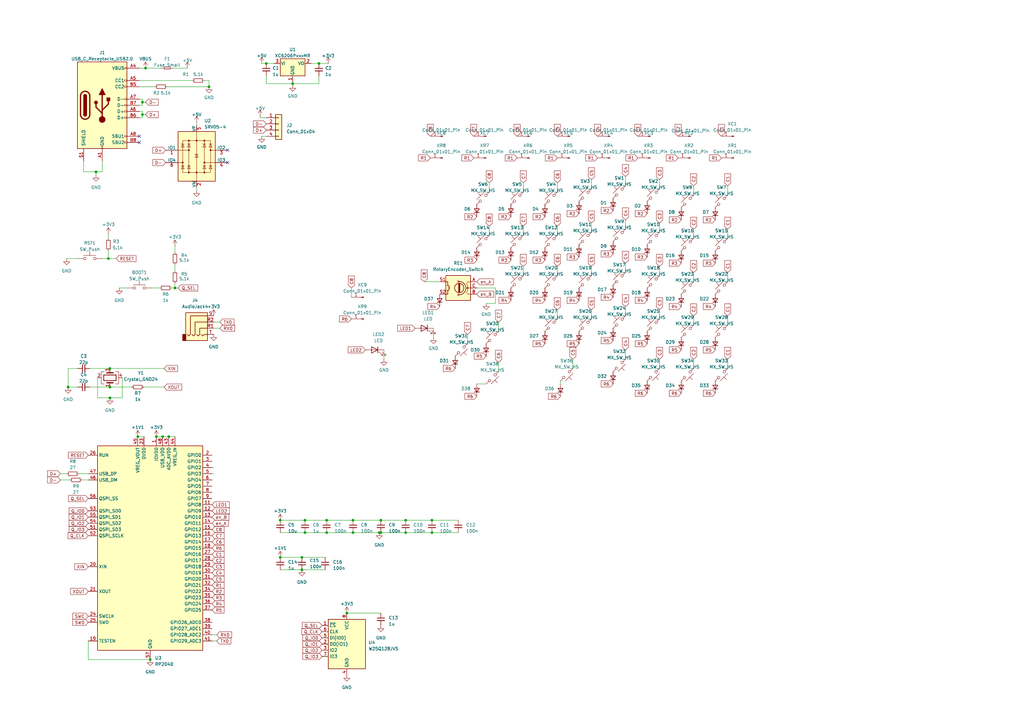
<source format=kicad_sch>
(kicad_sch (version 20231120) (generator "eeschema") (generator_version "8.0")
  (paper "A3")
  (junction (at 56.515 179.07))
  (junction (at 71.755 118.11))
  (junction (at 114.935 213.36))
  (junction (at 166.37 218.44))
  (junction (at 156.21 218.44))
  (junction (at 177.165 213.36))
  (junction (at 125.095 213.36))
  (junction (at 45.085 158.75))
  (junction (at 156.21 213.36))
  (junction (at 133.985 218.44))
  (junction (at 59.69 27.94))
  (junction (at 125.095 218.44))
  (junction (at 155.575 218.44))
  (junction (at 166.37 213.36))
  (junction (at 133.985 213.36))
  (junction (at 114.935 228.6))
  (junction (at 144.78 218.44))
  (junction (at 144.78 213.36))
  (junction (at 177.165 218.44))
  (junction (at 123.825 233.68))
  (junction (at 66.675 179.07))
  (junction (at 64.135 179.07))
  (junction (at 85.725 35.56))
  (junction (at 130.81 26.035))
  (junction (at 44.45 106.045))
  (junction (at 27.94 158.75))
  (junction (at 45.085 151.13))
  (junction (at 58.42 46.99))
  (junction (at 123.825 228.6))
  (junction (at 39.37 70.485))
  (junction (at 45.085 163.195))
  (junction (at 61.595 270.51))
  (junction (at 69.215 179.07))
  (junction (at 109.22 26.035))
  (junction (at 120.015 34.29))
  (junction (at 142.24 251.46))
  (junction (at 58.42 41.91))
  (no_connect (at 93.345 66.675))
  (no_connect (at 57.15 58.42))
  (no_connect (at 93.345 61.595))
  (no_connect (at 57.15 55.88))
  (wire (pts (xy 204.47 132.08) (xy 204.47 135.89)))
  (wire (pts (xy 228.6 92.71) (xy 228.6 96.52)))
  (wire (pts (xy 284.48 129.54) (xy 284.48 133.35)))
  (wire (pts (xy 59.69 27.94) (xy 66.04 27.94)))
  (wire (pts (xy 203.2 124.46) (xy 199.39 124.46)))
  (wire (pts (xy 56.515 179.07) (xy 59.055 179.07)))
  (wire (pts (xy 298.45 76.2) (xy 298.45 80.01)))
  (wire (pts (xy 59.69 41.91) (xy 58.42 41.91)))
  (wire (pts (xy 57.15 43.18) (xy 58.42 43.18)))
  (wire (pts (xy 57.15 48.26) (xy 58.42 48.26)))
  (wire (pts (xy 33.655 196.85) (xy 36.195 196.85)))
  (wire (pts (xy 228.6 74.93) (xy 228.6 78.74)))
  (wire (pts (xy 114.935 218.44) (xy 125.095 218.44)))
  (wire (pts (xy 214.63 92.71) (xy 214.63 96.52)))
  (wire (pts (xy 256.54 107.95) (xy 256.54 111.76)))
  (wire (pts (xy 45.085 151.13) (xy 67.31 151.13)))
  (wire (pts (xy 39.37 70.485) (xy 41.91 70.485)))
  (wire (pts (xy 45.085 163.195) (xy 50.165 163.195)))
  (wire (pts (xy 58.42 48.26) (xy 58.42 46.99)))
  (wire (pts (xy 106.68 47.625) (xy 106.68 48.26)))
  (wire (pts (xy 284.48 93.98) (xy 284.48 97.79)))
  (wire (pts (xy 36.83 151.13) (xy 45.085 151.13)))
  (wire (pts (xy 156.21 218.44) (xy 166.37 218.44)))
  (wire (pts (xy 156.21 213.36) (xy 166.37 213.36)))
  (wire (pts (xy 107.315 55.88) (xy 109.22 55.88)))
  (wire (pts (xy 86.995 262.89) (xy 88.9 262.89)))
  (wire (pts (xy 71.755 100.965) (xy 71.755 103.505)))
  (wire (pts (xy 125.095 218.44) (xy 133.985 218.44)))
  (wire (pts (xy 27.94 158.75) (xy 31.75 158.75)))
  (wire (pts (xy 109.22 26.035) (xy 112.395 26.035)))
  (wire (pts (xy 195.58 118.11) (xy 203.2 118.11)))
  (wire (pts (xy 130.81 34.29) (xy 130.81 31.115)))
  (wire (pts (xy 40.005 154.94) (xy 40.005 163.195)))
  (wire (pts (xy 114.935 213.36) (xy 125.095 213.36)))
  (wire (pts (xy 47.625 106.045) (xy 44.45 106.045)))
  (wire (pts (xy 114.935 233.68) (xy 123.825 233.68)))
  (wire (pts (xy 133.985 213.36) (xy 144.78 213.36)))
  (wire (pts (xy 39.37 71.755) (xy 39.37 70.485)))
  (wire (pts (xy 68.58 35.56) (xy 85.725 35.56)))
  (wire (pts (xy 204.47 148.59) (xy 204.47 152.4)))
  (wire (pts (xy 48.895 118.11) (xy 52.07 118.11)))
  (wire (pts (xy 114.935 228.6) (xy 123.825 228.6)))
  (wire (pts (xy 66.675 179.07) (xy 69.215 179.07)))
  (wire (pts (xy 214.63 109.22) (xy 214.63 113.03)))
  (wire (pts (xy 242.57 73.66) (xy 242.57 77.47)))
  (wire (pts (xy 195.58 157.48) (xy 199.39 157.48)))
  (wire (pts (xy 256.54 125.73) (xy 256.54 129.54)))
  (wire (pts (xy 44.45 102.87) (xy 44.45 106.045)))
  (wire (pts (xy 284.48 111.76) (xy 284.48 115.57)))
  (wire (pts (xy 256.54 90.17) (xy 256.54 93.98)))
  (wire (pts (xy 191.77 137.16) (xy 191.77 140.97)))
  (wire (pts (xy 166.37 218.44) (xy 177.165 218.44)))
  (wire (pts (xy 57.15 27.94) (xy 59.69 27.94)))
  (wire (pts (xy 85.725 33.02) (xy 83.82 33.02)))
  (wire (pts (xy 58.42 45.72) (xy 58.42 46.99)))
  (wire (pts (xy 242.57 127) (xy 242.57 130.81)))
  (wire (pts (xy 71.755 118.11) (xy 73.025 118.11)))
  (wire (pts (xy 270.51 73.66) (xy 270.51 77.47)))
  (wire (pts (xy 284.48 76.2) (xy 284.48 80.01)))
  (wire (pts (xy 34.29 70.485) (xy 39.37 70.485)))
  (wire (pts (xy 298.45 111.76) (xy 298.45 115.57)))
  (wire (pts (xy 284.48 147.32) (xy 284.48 151.13)))
  (wire (pts (xy 45.085 158.75) (xy 53.975 158.75)))
  (wire (pts (xy 58.42 41.91) (xy 58.42 43.18)))
  (wire (pts (xy 120.015 34.925) (xy 120.015 34.29)))
  (wire (pts (xy 36.195 262.89) (xy 36.195 270.51)))
  (wire (pts (xy 36.83 158.75) (xy 45.085 158.75)))
  (wire (pts (xy 203.2 118.11) (xy 203.2 124.46)))
  (wire (pts (xy 57.15 40.64) (xy 58.42 40.64)))
  (wire (pts (xy 298.45 129.54) (xy 298.45 133.35)))
  (wire (pts (xy 32.385 194.31) (xy 36.195 194.31)))
  (wire (pts (xy 41.91 70.485) (xy 41.91 66.04)))
  (wire (pts (xy 133.985 218.44) (xy 144.78 218.44)))
  (wire (pts (xy 87.63 194.31) (xy 86.995 194.31)))
  (wire (pts (xy 57.15 45.72) (xy 58.42 45.72)))
  (wire (pts (xy 180.34 115.57) (xy 173.99 115.57)))
  (wire (pts (xy 142.24 251.46) (xy 156.21 251.46)))
  (wire (pts (xy 298.45 147.32) (xy 298.45 151.13)))
  (wire (pts (xy 270.51 109.22) (xy 270.51 113.03)))
  (wire (pts (xy 58.42 46.99) (xy 59.69 46.99)))
  (wire (pts (xy 70.485 118.11) (xy 71.755 118.11)))
  (wire (pts (xy 24.765 194.31) (xy 27.305 194.31)))
  (wire (pts (xy 144.78 218.44) (xy 155.575 218.44)))
  (wire (pts (xy 58.42 40.64) (xy 58.42 41.91)))
  (wire (pts (xy 214.63 74.93) (xy 214.63 78.74)))
  (wire (pts (xy 229.87 157.48) (xy 229.87 156.21)))
  (wire (pts (xy 71.12 27.94) (xy 76.835 27.94)))
  (wire (pts (xy 109.22 31.115) (xy 109.22 34.29)))
  (wire (pts (xy 127.635 26.035) (xy 130.81 26.035)))
  (wire (pts (xy 200.66 92.71) (xy 200.66 96.52)))
  (wire (pts (xy 256.54 72.39) (xy 256.54 76.2)))
  (wire (pts (xy 228.6 109.22) (xy 228.6 113.03)))
  (wire (pts (xy 57.15 35.56) (xy 63.5 35.56)))
  (wire (pts (xy 270.51 91.44) (xy 270.51 95.25)))
  (wire (pts (xy 228.6 127) (xy 228.6 130.81)))
  (wire (pts (xy 57.15 33.02) (xy 78.74 33.02)))
  (wire (pts (xy 166.37 213.36) (xy 177.165 213.36)))
  (wire (pts (xy 62.23 118.11) (xy 65.405 118.11)))
  (wire (pts (xy 109.22 34.29) (xy 120.015 34.29)))
  (wire (pts (xy 80.645 78.105) (xy 80.645 76.835)))
  (wire (pts (xy 155.575 218.44) (xy 156.21 218.44)))
  (wire (pts (xy 270.51 127) (xy 270.51 130.81)))
  (wire (pts (xy 87.63 134.62) (xy 90.17 134.62)))
  (wire (pts (xy 34.29 66.04) (xy 34.29 70.485)))
  (wire (pts (xy 123.825 233.68) (xy 133.35 233.68)))
  (wire (pts (xy 28.575 196.85) (xy 24.765 196.85)))
  (wire (pts (xy 40.005 163.195) (xy 45.085 163.195)))
  (wire (pts (xy 80.645 50.165) (xy 80.645 51.435)))
  (wire (pts (xy 242.57 91.44) (xy 242.57 95.25)))
  (wire (pts (xy 298.45 93.98) (xy 298.45 97.79)))
  (wire (pts (xy 71.755 108.585) (xy 71.755 111.125)))
  (wire (pts (xy 123.825 228.6) (xy 133.35 228.6)))
  (wire (pts (xy 36.195 270.51) (xy 61.595 270.51)))
  (wire (pts (xy 86.995 260.35) (xy 88.9 260.35)))
  (wire (pts (xy 31.75 151.13) (xy 27.94 151.13)))
  (wire (pts (xy 157.48 143.51) (xy 157.48 147.32)))
  (wire (pts (xy 27.305 106.045) (xy 31.75 106.045)))
  (wire (pts (xy 130.81 26.035) (xy 134.62 26.035)))
  (wire (pts (xy 85.725 35.56) (xy 85.725 33.02)))
  (wire (pts (xy 125.095 213.36) (xy 133.985 213.36)))
  (wire (pts (xy 120.015 34.29) (xy 130.81 34.29)))
  (wire (pts (xy 27.94 151.13) (xy 27.94 158.75)))
  (wire (pts (xy 71.755 116.205) (xy 71.755 118.11)))
  (wire (pts (xy 107.315 26.035) (xy 109.22 26.035)))
  (wire (pts (xy 200.66 74.93) (xy 200.66 78.74)))
  (wire (pts (xy 177.165 218.44) (xy 187.96 218.44)))
  (wire (pts (xy 270.51 147.32) (xy 270.51 151.13)))
  (wire (pts (xy 44.45 95.885) (xy 44.45 97.79)))
  (wire (pts (xy 87.63 132.08) (xy 90.17 132.08)))
  (wire (pts (xy 234.95 147.32) (xy 234.95 151.13)))
  (wire (pts (xy 144.78 213.36) (xy 156.21 213.36)))
  (wire (pts (xy 144.145 118.11) (xy 144.145 121.92)))
  (wire (pts (xy 177.8 134.62) (xy 177.8 138.43)))
  (wire (pts (xy 106.68 48.26) (xy 109.22 48.26)))
  (wire (pts (xy 256.54 143.51) (xy 256.54 147.32)))
  (wire (pts (xy 69.215 179.07) (xy 71.755 179.07)))
  (wire (pts (xy 120.015 34.29) (xy 120.015 33.655)))
  (wire (pts (xy 177.165 213.36) (xy 187.96 213.36)))
  (wire (pts (xy 64.135 179.07) (xy 66.675 179.07)))
  (wire (pts (xy 59.055 158.75) (xy 67.31 158.75)))
  (wire (pts (xy 44.45 106.045) (xy 41.91 106.045)))
  (wire (pts (xy 87.63 191.77) (xy 86.995 191.77)))
  (wire (pts (xy 50.165 163.195) (xy 50.165 154.94)))
  (wire (pts (xy 242.57 109.22) (xy 242.57 113.03)))
  (global_label "C1" (shape input) (at 298.45 147.32 90) (property "Intersheetrefs" "${INTERSHEET_REFS}" (effects (hide yes))))
  (global_label "LED1" (shape input) (at 170.18 134.62 180) (property "Intersheetrefs" "${INTERSHEET_REFS}" (effects (hide yes))))
  (global_label "C2" (shape input) (at 284.48 129.54 90) (property "Intersheetrefs" "${INTERSHEET_REFS}" (effects (hide yes))))
  (global_label "XOUT" (shape input) (at 36.195 242.57 180) (property "Intersheetrefs" "${INTERSHEET_REFS}" (effects (hide yes))))
  (global_label "R5" (shape input) (at 86.995 250.19 0) (property "Intersheetrefs" "${INTERSHEET_REFS}" (effects (hide yes))))
  (global_label "R6" (shape input) (at 293.37 161.29 180) (property "Intersheetrefs" "${INTERSHEET_REFS}" (effects (hide yes))))
  (global_label "R5" (shape input) (at 199.39 146.05 180) (property "Intersheetrefs" "${INTERSHEET_REFS}" (effects (hide yes))))
  (global_label "C3" (shape input) (at 270.51 127 90) (property "Intersheetrefs" "${INTERSHEET_REFS}" (effects (hide yes))))
  (global_label "R2" (shape input) (at 279.4 90.17 180) (property "Intersheetrefs" "${INTERSHEET_REFS}" (effects (hide yes))))
  (global_label "C1" (shape input) (at 298.45 111.76 90) (property "Intersheetrefs" "${INTERSHEET_REFS}" (effects (hide yes))))
  (global_label "R4" (shape input) (at 237.49 123.19 180) (property "Intersheetrefs" "${INTERSHEET_REFS}" (effects (hide yes))))
  (global_label "C2" (shape input) (at 284.48 93.98 90) (property "Intersheetrefs" "${INTERSHEET_REFS}" (effects (hide yes))))
  (global_label "R6" (shape input) (at 251.46 157.48 180) (property "Intersheetrefs" "${INTERSHEET_REFS}" (effects (hide yes))))
  (global_label "C4" (shape input) (at 256.54 72.39 90) (property "Intersheetrefs" "${INTERSHEET_REFS}" (effects (hide yes))))
  (global_label "C5" (shape input) (at 228.6 55.88 90) (property "Intersheetrefs" "${INTERSHEET_REFS}" (effects (hide yes))))
  (global_label "C8" (shape input) (at 173.99 115.57 90) (property "Intersheetrefs" "${INTERSHEET_REFS}" (effects (hide yes))))
  (global_label "C3" (shape input) (at 270.51 91.44 90) (property "Intersheetrefs" "${INTERSHEET_REFS}" (effects (hide yes))))
  (global_label "R3" (shape input) (at 237.49 105.41 180) (property "Intersheetrefs" "${INTERSHEET_REFS}" (effects (hide yes))))
  (global_label "R1" (shape input) (at 194.31 64.77 180) (property "Intersheetrefs" "${INTERSHEET_REFS}" (effects (hide yes))))
  (global_label "R3" (shape input) (at 265.43 105.41 180) (property "Intersheetrefs" "${INTERSHEET_REFS}" (effects (hide yes))))
  (global_label "Q_IO1" (shape input) (at 132.08 264.16 180) (property "Intersheetrefs" "${INTERSHEET_REFS}" (effects (hide yes))))
  (global_label "R6" (shape input) (at 186.69 151.13 180) (property "Intersheetrefs" "${INTERSHEET_REFS}" (effects (hide yes))))
  (global_label "D-" (shape input) (at 59.69 41.91 0) (property "Intersheetrefs" "${INTERSHEET_REFS}" (effects (hide yes))))
  (global_label "Q_IO2" (shape input) (at 132.08 266.7 180) (property "Intersheetrefs" "${INTERSHEET_REFS}" (effects (hide yes))))
  (global_label "C4" (shape input) (at 256.54 107.95 90) (property "Intersheetrefs" "${INTERSHEET_REFS}" (effects (hide yes))))
  (global_label "C1" (shape input) (at 86.995 227.33 0) (property "Intersheetrefs" "${INTERSHEET_REFS}" (effects (hide yes))))
  (global_label "R2" (shape input) (at 86.995 242.57 0) (property "Intersheetrefs" "${INTERSHEET_REFS}" (effects (hide yes))))
  (global_label "C7" (shape input) (at 194.31 55.88 90) (property "Intersheetrefs" "${INTERSHEET_REFS}" (effects (hide yes))))
  (global_label "R5" (shape input) (at 237.49 140.97 180) (property "Intersheetrefs" "${INTERSHEET_REFS}" (effects (hide yes))))
  (global_label "R3" (shape input) (at 293.37 107.95 180) (property "Intersheetrefs" "${INTERSHEET_REFS}" (effects (hide yes))))
  (global_label "XOUT" (shape input) (at 67.31 158.75 0) (property "Intersheetrefs" "${INTERSHEET_REFS}" (effects (hide yes))))
  (global_label "R6" (shape input) (at 279.4 161.29 180) (property "Intersheetrefs" "${INTERSHEET_REFS}" (effects (hide yes))))
  (global_label "R4" (shape input) (at 293.37 125.73 180) (property "Intersheetrefs" "${INTERSHEET_REFS}" (effects (hide yes))))
  (global_label "R4" (shape input) (at 279.4 125.73 180) (property "Intersheetrefs" "${INTERSHEET_REFS}" (effects (hide yes))))
  (global_label "C7" (shape input) (at 86.995 219.71 0) (property "Intersheetrefs" "${INTERSHEET_REFS}" (effects (hide yes))))
  (global_label "C5" (shape input) (at 242.57 73.66 90) (property "Intersheetrefs" "${INTERSHEET_REFS}" (effects (hide yes))))
  (global_label "Q_SEL" (shape input) (at 36.195 204.47 180) (property "Intersheetrefs" "${INTERSHEET_REFS}" (effects (hide yes))))
  (global_label "Q_IO2" (shape input) (at 36.195 214.63 180) (property "Intersheetrefs" "${INTERSHEET_REFS}" (effects (hide yes))))
  (global_label "R3" (shape input) (at 86.995 245.11 0) (property "Intersheetrefs" "${INTERSHEET_REFS}" (effects (hide yes))))
  (global_label "Q_SEL" (shape input) (at 73.025 118.11 0) (property "Intersheetrefs" "${INTERSHEET_REFS}" (effects (hide yes))))
  (global_label "C4" (shape input) (at 245.11 55.88 90) (property "Intersheetrefs" "${INTERSHEET_REFS}" (effects (hide yes))))
  (global_label "C7" (shape input) (at 214.63 109.22 90) (property "Intersheetrefs" "${INTERSHEET_REFS}" (effects (hide yes))))
  (global_label "D-" (shape input) (at 67.945 66.675 180) (property "Intersheetrefs" "${INTERSHEET_REFS}" (effects (hide yes))))
  (global_label "RX0" (shape input) (at 88.9 260.35 0) (property "Intersheetrefs" "${INTERSHEET_REFS}" (effects (hide yes))))
  (global_label "C5" (shape input) (at 234.95 147.32 90) (property "Intersheetrefs" "${INTERSHEET_REFS}" (effects (hide yes))))
  (global_label "C6" (shape input) (at 228.6 92.71 90) (property "Intersheetrefs" "${INTERSHEET_REFS}" (effects (hide yes))))
  (global_label "R1" (shape input) (at 228.6 64.77 180) (property "Intersheetrefs" "${INTERSHEET_REFS}" (effects (hide yes))))
  (global_label "C8" (shape input) (at 86.995 217.17 0) (property "Intersheetrefs" "${INTERSHEET_REFS}" (effects (hide yes))))
  (global_label "R3" (shape input) (at 279.4 107.95 180) (property "Intersheetrefs" "${INTERSHEET_REFS}" (effects (hide yes))))
  (global_label "C2" (shape input) (at 86.995 229.87 0) (property "Intersheetrefs" "${INTERSHEET_REFS}" (effects (hide yes))))
  (global_label "D+" (shape input) (at 59.69 46.99 0) (property "Intersheetrefs" "${INTERSHEET_REFS}" (effects (hide yes))))
  (global_label "Q_IO3" (shape input) (at 132.08 269.24 180) (property "Intersheetrefs" "${INTERSHEET_REFS}" (effects (hide yes))))
  (global_label "Q_CLK" (shape input) (at 132.08 259.08 180) (property "Intersheetrefs" "${INTERSHEET_REFS}" (effects (hide yes))))
  (global_label "LED1" (shape input) (at 86.995 207.01 0) (property "Intersheetrefs" "${INTERSHEET_REFS}" (effects (hide yes))))
  (global_label "C1" (shape input) (at 298.45 93.98 90) (property "Intersheetrefs" "${INTERSHEET_REFS}" (effects (hide yes))))
  (global_label "C4" (shape input) (at 256.54 90.17 90) (property "Intersheetrefs" "${INTERSHEET_REFS}" (effects (hide yes))))
  (global_label "C3" (shape input) (at 86.995 232.41 0) (property "Intersheetrefs" "${INTERSHEET_REFS}" (effects (hide yes))))
  (global_label "D-" (shape input) (at 24.765 196.85 180) (property "Intersheetrefs" "${INTERSHEET_REFS}" (effects (hide yes))))
  (global_label "R1" (shape input) (at 295.91 64.77 180) (property "Intersheetrefs" "${INTERSHEET_REFS}" (effects (hide yes))))
  (global_label "Q_IO3" (shape input) (at 36.195 217.17 180) (property "Intersheetrefs" "${INTERSHEET_REFS}" (effects (hide yes))))
  (global_label "C8" (shape input) (at 200.66 92.71 90) (property "Intersheetrefs" "${INTERSHEET_REFS}" (effects (hide yes))))
  (global_label "R2" (shape input) (at 293.37 90.17 180) (property "Intersheetrefs" "${INTERSHEET_REFS}" (effects (hide yes))))
  (global_label "C1" (shape input) (at 298.45 76.2 90) (property "Intersheetrefs" "${INTERSHEET_REFS}" (effects (hide yes))))
  (global_label "RX0" (shape input) (at 90.17 134.62 0) (property "Intersheetrefs" "${INTERSHEET_REFS}" (effects (hide yes))))
  (global_label "C2" (shape input) (at 284.48 111.76 90) (property "Intersheetrefs" "${INTERSHEET_REFS}" (effects (hide yes))))
  (global_label "C6" (shape input) (at 228.6 109.22 90) (property "Intersheetrefs" "${INTERSHEET_REFS}" (effects (hide yes))))
  (global_label "R3" (shape input) (at 223.52 106.68 180) (property "Intersheetrefs" "${INTERSHEET_REFS}" (effects (hide yes))))
  (global_label "C6" (shape input) (at 228.6 127 90) (property "Intersheetrefs" "${INTERSHEET_REFS}" (effects (hide yes))))
  (global_label "C5" (shape input) (at 242.57 91.44 90) (property "Intersheetrefs" "${INTERSHEET_REFS}" (effects (hide yes))))
  (global_label "C7" (shape input) (at 204.47 132.08 90) (property "Intersheetrefs" "${INTERSHEET_REFS}" (effects (hide yes))))
  (global_label "D+" (shape input) (at 24.765 194.31 180) (property "Intersheetrefs" "${INTERSHEET_REFS}" (effects (hide yes))))
  (global_label "C2" (shape input) (at 284.48 147.32 90) (property "Intersheetrefs" "${INTERSHEET_REFS}" (effects (hide yes))))
  (global_label "C4" (shape input) (at 256.54 125.73 90) (property "Intersheetrefs" "${INTERSHEET_REFS}" (effects (hide yes))))
  (global_label "R6" (shape input) (at 195.58 162.56 180) (property "Intersheetrefs" "${INTERSHEET_REFS}" (effects (hide yes))))
  (global_label "R2" (shape input) (at 195.58 88.9 180) (property "Intersheetrefs" "${INTERSHEET_REFS}" (effects (hide yes))))
  (global_label "RESET" (shape input) (at 36.195 186.69 180) (property "Intersheetrefs" "${INTERSHEET_REFS}" (effects (hide yes))))
  (global_label "D+" (shape input) (at 109.22 53.34 180) (property "Intersheetrefs" "${INTERSHEET_REFS}" (effects (hide yes))))
  (global_label "en_B" (shape input) (at 86.995 212.09 0) (property "Intersheetrefs" "${INTERSHEET_REFS}" (effects (hide yes))))
  (global_label "R5" (shape input) (at 223.52 140.97 180) (property "Intersheetrefs" "${INTERSHEET_REFS}" (effects (hide yes))))
  (global_label "D-" (shape input) (at 109.22 50.8 180) (property "Intersheetrefs" "${INTERSHEET_REFS}" (effects (hide yes))))
  (global_label "C6" (shape input) (at 228.6 74.93 90) (property "Intersheetrefs" "${INTERSHEET_REFS}" (effects (hide yes))))
  (global_label "C3" (shape input) (at 261.62 55.88 90) (property "Intersheetrefs" "${INTERSHEET_REFS}" (effects (hide yes))))
  (global_label "C3" (shape input) (at 270.51 109.22 90) (property "Intersheetrefs" "${INTERSHEET_REFS}" (effects (hide yes))))
  (global_label "C4" (shape input) (at 256.54 143.51 90) (property "Intersheetrefs" "${INTERSHEET_REFS}" (effects (hide yes))))
  (global_label "LED2" (shape input) (at 86.995 209.55 0) (property "Intersheetrefs" "${INTERSHEET_REFS}" (effects (hide yes))))
  (global_label "R5" (shape input) (at 265.43 140.97 180) (property "Intersheetrefs" "${INTERSHEET_REFS}" (effects (hide yes))))
  (global_label "R1" (shape input) (at 176.53 64.77 180) (property "Intersheetrefs" "${INTERSHEET_REFS}" (effects (hide yes))))
  (global_label "Q_SEL" (shape input) (at 132.08 256.54 180) (property "Intersheetrefs" "${INTERSHEET_REFS}" (effects (hide yes))))
  (global_label "en_A" (shape input) (at 195.58 115.57 0) (property "Intersheetrefs" "${INTERSHEET_REFS}" (effects (hide yes))))
  (global_label "R5" (shape input) (at 293.37 143.51 180) (property "Intersheetrefs" "${INTERSHEET_REFS}" (effects (hide yes))))
  (global_label "D+" (shape input) (at 67.945 61.595 180) (property "Intersheetrefs" "${INTERSHEET_REFS}" (effects (hide yes))))
  (global_label "R5" (shape input) (at 251.46 139.7 180) (property "Intersheetrefs" "${INTERSHEET_REFS}" (effects (hide yes))))
  (global_label "C3" (shape input) (at 270.51 73.66 90) (property "Intersheetrefs" "${INTERSHEET_REFS}" (effects (hide yes))))
  (global_label "C5" (shape input) (at 86.995 237.49 0) (property "Intersheetrefs" "${INTERSHEET_REFS}" (effects (hide yes))))
  (global_label "C2" (shape input) (at 278.13 55.88 90) (property "Intersheetrefs" "${INTERSHEET_REFS}" (effects (hide yes))))
  (global_label "R1" (shape input) (at 245.11 64.77 180) (property "Intersheetrefs" "${INTERSHEET_REFS}" (effects (hide yes))))
  (global_label "SWC" (shape input) (at 36.195 252.73 180) (property "Intersheetrefs" "${INTERSHEET_REFS}" (effects (hide yes))))
  (global_label "R6" (shape input) (at 86.995 224.79 0) (property "Intersheetrefs" "${INTERSHEET_REFS}" (effects (hide yes))))
  (global_label "R2" (shape input) (at 223.52 88.9 180) (property "Intersheetrefs" "${INTERSHEET_REFS}" (effects (hide yes))))
  (global_label "C1" (shape input) (at 295.91 55.88 90) (property "Intersheetrefs" "${INTERSHEET_REFS}" (effects (hide yes))))
  (global_label "C7" (shape input) (at 214.63 92.71 90) (property "Intersheetrefs" "${INTERSHEET_REFS}" (effects (hide yes))))
  (global_label "R1" (shape input) (at 261.62 64.77 180) (property "Intersheetrefs" "${INTERSHEET_REFS}" (effects (hide yes))))
  (global_label "C1" (shape input) (at 298.45 129.54 90) (property "Intersheetrefs" "${INTERSHEET_REFS}" (effects (hide yes))))
  (global_label "R2" (shape input) (at 265.43 87.63 180) (property "Intersheetrefs" "${INTERSHEET_REFS}" (effects (hide yes))))
  (global_label "Q_CLK" (shape input) (at 36.195 219.71 180) (property "Intersheetrefs" "${INTERSHEET_REFS}" (effects (hide yes))))
  (global_label "R1" (shape input) (at 212.09 64.77 180) (property "Intersheetrefs" "${INTERSHEET_REFS}" (effects (hide yes))))
  (global_label "R6" (shape input) (at 265.43 161.29 180) (property "Intersheetrefs" "${INTERSHEET_REFS}" (effects (hide yes))))
  (global_label "R4" (shape input) (at 180.34 125.73 180) (property "Intersheetrefs" "${INTERSHEET_REFS}" (effects (hide yes))))
  (global_label "C6" (shape input) (at 212.09 55.88 90) (property "Intersheetrefs" "${INTERSHEET_REFS}" (effects (hide yes))))
  (global_label "C7" (shape input) (at 214.63 74.93 90) (property "Intersheetrefs" "${INTERSHEET_REFS}" (effects (hide yes))))
  (global_label "R1" (shape input) (at 86.995 240.03 0) (property "Intersheetrefs" "${INTERSHEET_REFS}" (effects (hide yes))))
  (global_label "Q_IO0" (shape input) (at 36.195 209.55 180) (property "Intersheetrefs" "${INTERSHEET_REFS}" (effects (hide yes))))
  (global_label "C7" (shape input) (at 191.77 137.16 90) (property "Intersheetrefs" "${INTERSHEET_REFS}" (effects (hide yes))))
  (global_label "C3" (shape input) (at 270.51 147.32 90) (property "Intersheetrefs" "${INTERSHEET_REFS}" (effects (hide yes))))
  (global_label "C8" (shape input) (at 176.53 55.88 90) (property "Intersheetrefs" "${INTERSHEET_REFS}" (effects (hide yes))))
  (global_label "en_A" (shape input) (at 86.995 214.63 0) (property "Intersheetrefs" "${INTERSHEET_REFS}" (effects (hide yes))))
  (global_label "Q_IO1" (shape input) (at 36.195 212.09 180) (property "Intersheetrefs" "${INTERSHEET_REFS}" (effects (hide yes))))
  (global_label "RESET" (shape input) (at 47.625 106.045 0) (property "Intersheetrefs" "${INTERSHEET_REFS}" (effects (hide yes))))
  (global_label "Q_IO0" (shape input) (at 132.08 261.62 180) (property "Intersheetrefs" "${INTERSHEET_REFS}" (effects (hide yes))))
  (global_label "C5" (shape input) (at 242.57 109.22 90) (property "Intersheetrefs" "${INTERSHEET_REFS}" (effects (hide yes))))
  (global_label "LED2" (shape input) (at 149.86 143.51 180) (property "Intersheetrefs" "${INTERSHEET_REFS}" (effects (hide yes))))
  (global_label "R3" (shape input) (at 209.55 106.68 180) (property "Intersheetrefs" "${INTERSHEET_REFS}" (effects (hide yes))))
  (global_label "R4" (shape input) (at 209.55 123.19 180) (property "Intersheetrefs" "${INTERSHEET_REFS}" (effects (hide yes))))
  (global_label "R4" (shape input) (at 223.52 123.19 180) (property "Intersheetrefs" "${INTERSHEET_REFS}" (effects (hide yes))))
  (global_label "R5" (shape input) (at 279.4 143.51 180) (property "Intersheetrefs" "${INTERSHEET_REFS}" (effects (hide yes))))
  (global_label "R6" (shape input) (at 144.145 130.81 180) (property "Intersheetrefs" "${INTERSHEET_REFS}" (effects (hide yes))))
  (global_label "SWD" (shape input) (at 36.195 255.27 180) (property "Intersheetrefs" "${INTERSHEET_REFS}" (effects (hide yes))))
  (global_label "C8" (shape input) (at 200.66 74.93 90) (property "Intersheetrefs" "${INTERSHEET_REFS}" (effects (hide yes))))
  (global_label "C2" (shape input) (at 284.48 76.2 90) (property "Intersheetrefs" "${INTERSHEET_REFS}" (effects (hide yes))))
  (global_label "TX0" (shape input) (at 90.17 132.08 0) (property "Intersheetrefs" "${INTERSHEET_REFS}" (effects (hide yes))))
  (global_label "C6" (shape input) (at 204.47 148.59 90) (property "Intersheetrefs" "${INTERSHEET_REFS}" (effects (hide yes))))
  (global_label "C6" (shape input) (at 86.995 222.25 0) (property "Intersheetrefs" "${INTERSHEET_REFS}" (effects (hide yes))))
  (global_label "R2" (shape input) (at 251.46 86.36 180) (property "Intersheetrefs" "${INTERSHEET_REFS}" (effects (hide yes))))
  (global_label "R4" (shape input) (at 251.46 121.92 180) (property "Intersheetrefs" "${INTERSHEET_REFS}" (effects (hide yes))))
  (global_label "R4" (shape input) (at 86.995 247.65 0) (property "Intersheetrefs" "${INTERSHEET_REFS}" (effects (hide yes))))
  (global_label "C4" (shape input) (at 86.995 234.95 0) (property "Intersheetrefs" "${INTERSHEET_REFS}" (effects (hide yes))))
  (global_label "XIN" (shape input) (at 36.195 232.41 180) (property "Intersheetrefs" "${INTERSHEET_REFS}" (effects (hide yes))))
  (global_label "R1" (shape input) (at 278.13 64.77 180) (property "Intersheetrefs" "${INTERSHEET_REFS}" (effects (hide yes))))
  (global_label "TX0" (shape input) (at 88.9 262.89 0) (property "Intersheetrefs" "${INTERSHEET_REFS}" (effects (hide yes))))
  (global_label "R2" (shape input) (at 237.49 87.63 180) (property "Intersheetrefs" "${INTERSHEET_REFS}" (effects (hide yes))))
  (global_label "C5" (shape input) (at 242.57 127 90) (property "Intersheetrefs" "${INTERSHEET_REFS}" (effects (hide yes))))
  (global_label "XIN" (shape input) (at 67.31 151.13 0) (property "Intersheetrefs" "${INTERSHEET_REFS}" (effects (hide yes))))
  (global_label "R4" (shape input) (at 265.43 123.19 180) (property "Intersheetrefs" "${INTERSHEET_REFS}" (effects (hide yes))))
  (global_label "en_B" (shape input) (at 195.58 120.65 0) (property "Intersheetrefs" "${INTERSHEET_REFS}" (effects (hide yes))))
  (global_label "R6" (shape input) (at 229.87 162.56 180) (property "Intersheetrefs" "${INTERSHEET_REFS}" (effects (hide yes))))
  (global_label "R2" (shape input) (at 209.55 88.9 180) (property "Intersheetrefs" "${INTERSHEET_REFS}" (effects (hide yes))))
  (global_label "C8" (shape input) (at 144.145 118.11 90) (property "Intersheetrefs" "${INTERSHEET_REFS}" (effects (hide yes))))
  (global_label "R3" (shape input) (at 195.58 106.68 180) (property "Intersheetrefs" "${INTERSHEET_REFS}" (effects (hide yes))))
  (global_label "R3" (shape input) (at 251.46 104.14 180) (property "Intersheetrefs" "${INTERSHEET_REFS}" (effects (hide yes))))
  (symbol (lib_id "Device:C_Small") (at 133.985 215.9 0) (unit 1)
    (property "Reference" "C7" (at 137.16 215.2713 0) (effects (justify left)))
    (property "Value" "100n" (at 137.16 217.8113 0) (effects (justify left)))
    (property "Footprint" "Capacitor_SMD:C_0402_1005Metric" (effects (hide yes)))
  )
  (symbol (lib_id "Regulator_Linear:XC6206PxxxMR") (at 120.015 26.035 0) (unit 1)
    (property "Reference" "U1" (at 120.015 20.32 0))
    (property "Value" "XC6206PxxxMR" (at 120.015 22.86 0))
    (property "Footprint" "Package_TO_SOT_SMD:SOT-23-3" (effects (hide yes)))
    (property "Datasheet" "https://www.torexsemi.com/file/xc6206/XC6206.pdf" (effects (hide yes)))
  )
  (symbol (lib_id "Device:D_Small") (at 279.4 105.41 270) (mirror x) (unit 1)
    (property "Reference" "D16" (at 276.86 104.775 90) (effects (justify right)))
    (property "Value" "D_Small" (effects (hide yes)))
    (property "Footprint" "Diode_SMD:D_SOD-123" (effects (hide yes)))
    (property "Sim.Device" "D" (effects (hide yes)))
    (property "Sim.Pins" "1=K 2=A" (effects (hide yes)))
  )
  (symbol (lib_id "marbastlib-mx:MX_SW_HS") (at 295.91 118.11 0) (mirror y) (unit 1)
    (property "Reference" "SW22" (at 295.91 112.395 0))
    (property "Value" "MX_SW_HS" (at 295.91 114.935 0))
    (property "Footprint" "PCM_marbastlib-choc:SW_choc_v1_HS_CPG135001S30_1u" (effects (hide yes)))
  )
  (symbol (lib_id "Connector:Conn_01x01_Pin") (at 300.99 64.77 0) (mirror y) (unit 1)
    (property "Reference" "XR1" (at 300.355 59.69 0))
    (property "Value" "Conn_01x01_Pin" (at 300.355 62.23 0))
    (property "Footprint" "Connector_Pin:Pin_D0.7mm_L6.5mm_W1.8mm_FlatFork" (effects (hide yes)))
    (property "Description" "Generic connector, single row, 01x01, script generated" (effects (hide yes)))
  )
  (symbol (lib_id "Device:R_Small") (at 31.115 196.85 90) (unit 1)
    (property "Reference" "R9" (at 31.115 199.39 90))
    (property "Value" "27" (at 31.115 201.93 90))
    (property "Footprint" "Resistor_SMD:R_0402_1005Metric" (effects (hide yes)))
  )
  (symbol (lib_id "Connector:Conn_01x01_Pin") (at 199.39 55.88 0) (mirror y) (unit 1)
    (property "Reference" "XC7" (at 198.755 54.61 0))
    (property "Value" "Conn_01x01_Pin" (at 198.755 53.34 0))
    (property "Footprint" "Connector_Pin:Pin_D0.7mm_L6.5mm_W1.8mm_FlatFork" (effects (hide yes)))
    (property "Description" "Generic connector, single row, 01x01, script generated" (effects (hide yes)))
  )
  (symbol (lib_id "marbastlib-mx:MX_SW_HS") (at 226.06 81.28 0) (mirror y) (unit 1)
    (property "Reference" "SW4" (at 226.06 75.565 0))
    (property "Value" "MX_SW_HS" (at 226.06 78.105 0))
    (property "Footprint" "PCM_marbastlib-choc:SW_choc_v1_HS_CPG135001S30_1u" (effects (hide yes)))
  )
  (symbol (lib_id "Device:D_Small") (at 293.37 123.19 270) (mirror x) (unit 1)
    (property "Reference" "D22" (at 290.83 122.555 90) (effects (justify right)))
    (property "Value" "D_Small" (effects (hide yes)))
    (property "Footprint" "Diode_SMD:D_SOD-123" (effects (hide yes)))
    (property "Sim.Device" "D" (effects (hide yes)))
    (property "Sim.Pins" "1=K 2=A" (effects (hide yes)))
  )
  (symbol (lib_id "power:+5V") (at 107.315 26.035 0) (unit 1)
    (property "Reference" "#PWR01" (effects (hide yes)))
    (property "Value" "+5V" (at 107.315 22.86 0))
  )
  (symbol (lib_id "marbastlib-mx:MX_SW_HS") (at 201.93 138.43 0) (mirror y) (unit 1)
    (property "Reference" "SW30" (at 201.93 132.715 0))
    (property "Value" "MX_SW_HS" (at 201.93 135.255 0))
    (property "Footprint" "PCM_marbastlib-choc:SW_choc_v1_HS_CPG135001S30_1u" (effects (hide yes)))
  )
  (symbol (lib_id "marbastlib-mx:MX_SW_HS") (at 267.97 133.35 0) (mirror y) (unit 1)
    (property "Reference" "SW25" (at 267.97 127.635 0))
    (property "Value" "MX_SW_HS" (at 267.97 130.175 0))
    (property "Footprint" "PCM_marbastlib-choc:SW_choc_v1_HS_CPG135001S30_1u" (effects (hide yes)))
  )
  (symbol (lib_id "marbastlib-mx:MX_SW_HS") (at 198.12 99.06 0) (mirror y) (unit 1)
    (property "Reference" "SW14" (at 198.12 93.345 0))
    (property "Value" "MX_SW_HS" (at 198.12 95.885 0))
    (property "Footprint" "PCM_marbastlib-choc:SW_choc_v1_HS_CPG135001S30_1u" (effects (hide yes)))
  )
  (symbol (lib_id "marbastlib-mx:MX_SW_HS") (at 281.94 118.11 0) (mirror y) (unit 1)
    (property "Reference" "SW23" (at 281.94 112.395 0))
    (property "Value" "MX_SW_HS" (at 281.94 114.935 0))
    (property "Footprint" "PCM_marbastlib-choc:SW_choc_v1_HS_CPG135001S30_1u" (effects (hide yes)))
  )
  (symbol (lib_id "marbastlib-mx:MX_SW_HS") (at 240.03 133.35 0) (mirror y) (unit 1)
    (property "Reference" "SW26" (at 240.03 127.635 0))
    (property "Value" "MX_SW_HS" (at 240.03 130.175 0))
    (property "Footprint" "PCM_marbastlib-choc:SW_choc_v1_HS_CPG135001S30_1u" (effects (hide yes)))
  )
  (symbol (lib_id "marbastlib-mx:MX_SW_HS") (at 240.03 97.79 0) (mirror y) (unit 1)
    (property "Reference" "SW11" (at 240.03 92.075 0))
    (property "Value" "MX_SW_HS" (at 240.03 94.615 0))
    (property "Footprint" "PCM_marbastlib-choc:SW_choc_v1_HS_CPG135001S30_1u" (effects (hide yes)))
  )
  (symbol (lib_id "power:+3V3") (at 114.935 213.36 0) (unit 1)
    (property "Reference" "#PWR022" (effects (hide yes)))
    (property "Value" "+3V3" (at 114.935 209.55 0))
  )
  (symbol (lib_id "Connector:Conn_01x01_Pin") (at 266.7 64.77 0) (mirror y) (unit 1)
    (property "Reference" "XR3" (at 265.938 59.69 0))
    (property "Value" "Conn_01x01_Pin" (at 266.065 62.23 0))
    (property "Footprint" "Connector_Pin:Pin_D0.7mm_L6.5mm_W1.8mm_FlatFork" (effects (hide yes)))
    (property "Description" "Generic connector, single row, 01x01, script generated" (effects (hide yes)))
  )
  (symbol (lib_id "Connector:Conn_01x01_Pin") (at 217.17 55.88 0) (mirror y) (unit 1)
    (property "Reference" "XC6" (at 216.535 54.61 0))
    (property "Value" "Conn_01x01_Pin" (at 216.535 53.34 0))
    (property "Footprint" "Connector_Pin:Pin_D0.7mm_L6.5mm_W1.8mm_FlatFork" (effects (hide yes)))
    (property "Description" "Generic connector, single row, 01x01, script generated" (effects (hide yes)))
  )
  (symbol (lib_id "Device:D_Small") (at 209.55 86.36 270) (mirror x) (unit 1)
    (property "Reference" "D5" (at 207.01 85.725 90) (effects (justify right)))
    (property "Value" "D_Small" (effects (hide yes)))
    (property "Footprint" "Diode_SMD:D_SOD-123" (effects (hide yes)))
    (property "Sim.Device" "D" (effects (hide yes)))
    (property "Sim.Pins" "1=K 2=A" (effects (hide yes)))
  )
  (symbol (lib_id "Device:D_Small") (at 223.52 104.14 270) (mirror x) (unit 1)
    (property "Reference" "D12" (at 220.98 103.505 90) (effects (justify right)))
    (property "Value" "D_Small" (effects (hide yes)))
    (property "Footprint" "Diode_SMD:D_SOD-123" (effects (hide yes)))
    (property "Sim.Device" "D" (effects (hide yes)))
    (property "Sim.Pins" "1=K 2=A" (effects (hide yes)))
  )
  (symbol (lib_id "Device:D_Small") (at 223.52 86.36 270) (mirror x) (unit 1)
    (property "Reference" "D4" (at 220.98 85.725 90) (effects (justify right)))
    (property "Value" "D_Small" (effects (hide yes)))
    (property "Footprint" "Diode_SMD:D_SOD-123" (effects (hide yes)))
    (property "Sim.Device" "D" (effects (hide yes)))
    (property "Sim.Pins" "1=K 2=A" (effects (hide yes)))
  )
  (symbol (lib_id "marbastlib-mx:MX_SW_HS") (at 295.91 100.33 0) (mirror y) (unit 1)
    (property "Reference" "SW15" (at 295.91 94.615 0))
    (property "Value" "MX_SW_HS" (at 295.91 97.155 0))
    (property "Footprint" "PCM_marbastlib-choc:SW_choc_v1_HS_CPG135001S30_1u" (effects (hide yes)))
  )
  (symbol (lib_id "Device:D_Small") (at 223.52 138.43 270) (mirror x) (unit 1)
    (property "Reference" "D27" (at 220.98 137.795 90) (effects (justify right)))
    (property "Value" "D_Small" (effects (hide yes)))
    (property "Footprint" "Diode_SMD:D_SOD-123" (effects (hide yes)))
    (property "Sim.Device" "D" (effects (hide yes)))
    (property "Sim.Pins" "1=K 2=A" (effects (hide yes)))
  )
  (symbol (lib_id "Connector:Conn_01x01_Pin") (at 250.19 55.88 0) (mirror y) (unit 1)
    (property "Reference" "XC4" (at 249.555 54.61 0))
    (property "Value" "Conn_01x01_Pin" (at 249.555 53.34 0))
    (property "Footprint" "Connector_Pin:Pin_D0.7mm_L6.5mm_W1.8mm_FlatFork" (effects (hide yes)))
    (property "Description" "Generic connector, single row, 01x01, script generated" (effects (hide yes)))
  )
  (symbol (lib_id "power:GND") (at 107.315 55.88 0) (unit 1)
    (property "Reference" "#PWR09" (effects (hide yes)))
    (property "Value" "GND" (at 107.315 60.325 0))
  )
  (symbol (lib_id "power:+3V3") (at 134.62 26.035 0) (unit 1)
    (property "Reference" "#PWR02" (effects (hide yes)))
    (property "Value" "+3V3" (at 134.62 22.86 0))
  )
  (symbol (lib_id "Device:D_Small") (at 293.37 140.97 270) (mirror x) (unit 1)
    (property "Reference" "D28" (at 290.83 140.335 90) (effects (justify right)))
    (property "Value" "D_Small" (effects (hide yes)))
    (property "Footprint" "Diode_SMD:D_SOD-123" (effects (hide yes)))
    (property "Sim.Device" "D" (effects (hide yes)))
    (property "Sim.Pins" "1=K 2=A" (effects (hide yes)))
  )
  (symbol (lib_id "Device:D_Small") (at 293.37 158.75 270) (mirror x) (unit 1)
    (property "Reference" "D33" (at 290.83 158.115 90) (effects (justify right)))
    (property "Value" "D_Small" (effects (hide yes)))
    (property "Footprint" "Diode_SMD:D_SOD-123" (effects (hide yes)))
    (property "Sim.Device" "D" (effects (hide yes)))
    (property "Sim.Pins" "1=K 2=A" (effects (hide yes)))
  )
  (symbol (lib_id "Device:D_Small") (at 195.58 160.02 270) (mirror x) (unit 1)
    (property "Reference" "D38" (at 193.04 159.385 90) (effects (justify right)))
    (property "Value" "D_Small" (effects (hide yes)))
    (property "Footprint" "Diode_SMD:D_SOD-123" (effects (hide yes)))
    (property "Sim.Device" "D" (effects (hide yes)))
    (property "Sim.Pins" "1=K 2=A" (effects (hide yes)))
  )
  (symbol (lib_id "marbastlib-mx:MX_SW_HS") (at 212.09 115.57 0) (mirror y) (unit 1)
    (property "Reference" "SW21" (at 212.09 109.855 0))
    (property "Value" "MX_SW_HS" (at 212.09 112.395 0))
    (property "Footprint" "PCM_marbastlib-choc:SW_choc_v1_HS_CPG135001S30_1u" (effects (hide yes)))
  )
  (symbol (lib_id "marbastlib-mx:MX_SW_HS") (at 232.41 153.67 0) (mirror x) (unit 1)
    (property "Reference" "SW36" (at 232.41 147.955 0))
    (property "Value" "MX_SW_HS" (at 232.41 150.495 0))
    (property "Footprint" "PCM_marbastlib-choc:SW_choc_v1_HS_CPG135001S30_1.5u" (effects (hide yes)))
  )
  (symbol (lib_id "Device:D_Small") (at 180.34 123.19 270) (mirror x) (unit 1)
    (property "Reference" "D37" (at 177.8 122.555 90) (effects (justify right)))
    (property "Value" "D_Small" (effects (hide yes)))
    (property "Footprint" "Diode_SMD:D_SOD-123" (effects (hide yes)))
    (property "Sim.Device" "D" (effects (hide yes)))
    (property "Sim.Pins" "1=K 2=A" (effects (hide yes)))
  )
  (symbol (lib_id "power:+5V") (at 80.645 50.165 0) (unit 1)
    (property "Reference" "#PWR08" (effects (hide yes)))
    (property "Value" "+5V" (at 80.645 46.99 0))
  )
  (symbol (lib_id "power:+3V3") (at 64.135 179.07 0) (unit 1)
    (property "Reference" "#PWR021" (effects (hide yes)))
    (property "Value" "+3V3" (at 64.135 175.26 0))
  )
  (symbol (lib_id "power:GND") (at 142.24 276.86 0) (unit 1)
    (property "Reference" "#PWR029" (effects (hide yes)))
    (property "Value" "GND" (at 142.24 281.94 0))
  )
  (symbol (lib_id "Device:D_Small") (at 279.4 87.63 270) (mirror x) (unit 1)
    (property "Reference" "D8" (at 276.86 86.995 90) (effects (justify right)))
    (property "Value" "D_Small" (effects (hide yes)))
    (property "Footprint" "Diode_SMD:D_SOD-123" (effects (hide yes)))
    (property "Sim.Device" "D" (effects (hide yes)))
    (property "Sim.Pins" "1=K 2=A" (effects (hide yes)))
  )
  (symbol (lib_id "MCU_RaspberryPi:RP2040") (at 61.595 224.79 0) (unit 1)
    (property "Reference" "U3" (at 63.5509 269.875 0) (effects (justify left)))
    (property "Value" "RP2040" (at 63.5509 272.415 0) (effects (justify left)))
    (property "Footprint" "Package_DFN_QFN:QFN-56-1EP_7x7mm_P0.4mm_EP3.2x3.2mm" (effects (hide yes)))
    (property "Datasheet" "https://datasheets.raspberrypi.com/rp2040/rp2040-datasheet.pdf" (effects (hide yes)))
  )
  (symbol (lib_id "marbastlib-mx:MX_SW_HS") (at 281.94 82.55 0) (mirror y) (unit 1)
    (property "Reference" "SW8" (at 281.94 76.835 0))
    (property "Value" "MX_SW_HS" (at 281.94 79.375 0))
    (property "Footprint" "PCM_marbastlib-choc:SW_choc_v1_HS_CPG135001S30_1u" (effects (hide yes)))
  )
  (symbol (lib_id "marbastlib-mx:MX_SW_HS") (at 226.06 133.35 0) (mirror y) (unit 1)
    (property "Reference" "SW27" (at 226.06 127.635 0))
    (property "Value" "MX_SW_HS" (at 226.06 130.175 0))
    (property "Footprint" "PCM_marbastlib-choc:SW_choc_v1_HS_CPG135001S30_1u" (effects (hide yes)))
  )
  (symbol (lib_id "marbastlib-mx:MX_SW_HS") (at 281.94 135.89 0) (mirror y) (unit 1)
    (property "Reference" "SW29" (at 281.94 130.175 0))
    (property "Value" "MX_SW_HS" (at 281.94 132.715 0))
    (property "Footprint" "PCM_marbastlib-choc:SW_choc_v1_HS_CPG135001S30_1u" (effects (hide yes)))
  )
  (symbol (lib_id "Connector:Conn_01x01_Pin") (at 149.225 121.92 0) (mirror y) (unit 1)
    (property "Reference" "XC9" (at 148.59 116.84 0))
    (property "Value" "Conn_01x01_Pin" (at 148.59 119.38 0))
    (property "Footprint" "Connector_Pin:Pin_D0.7mm_L6.5mm_W1.8mm_FlatFork" (effects (hide yes)))
    (property "Description" "Generic connector, single row, 01x01, script generated" (effects (hide yes)))
  )
  (symbol (lib_id "marbastlib-mx:MX_SW_HS") (at 281.94 153.67 0) (mirror x) (unit 1)
    (property "Reference" "SW34" (at 281.94 147.955 0))
    (property "Value" "MX_SW_HS" (at 281.94 150.495 0))
    (property "Footprint" "PCM_marbastlib-choc:SW_choc_v1_HS_CPG135001S30_1u" (effects (hide yes)))
  )
  (symbol (lib_id "power:VBUS") (at 59.69 27.94 0) (unit 1)
    (property "Reference" "#PWR03" (effects (hide yes)))
    (property "Value" "VBUS" (at 59.69 24.13 0))
  )
  (symbol (lib_id "Device:D_Small") (at 265.43 102.87 270) (mirror x) (unit 1)
    (property "Reference" "D10" (at 262.89 102.235 90) (effects (justify right)))
    (property "Value" "D_Small" (effects (hide yes)))
    (property "Footprint" "Diode_SMD:D_SOD-123" (effects (hide yes)))
    (property "Sim.Device" "D" (effects (hide yes)))
    (property "Sim.Pins" "1=K 2=A" (effects (hide yes)))
  )
  (symbol (lib_id "marbastlib-mx:MX_SW_HS") (at 226.06 99.06 0) (mirror y) (unit 1)
    (property "Reference" "SW12" (at 226.06 93.345 0))
    (property "Value" "MX_SW_HS" (at 226.06 95.885 0))
    (property "Footprint" "PCM_marbastlib-choc:SW_choc_v1_HS_CPG135001S30_1u" (effects (hide yes)))
  )
  (symbol (lib_id "marbastlib-mx:MX_SW_HS") (at 267.97 153.67 0) (mirror x) (unit 1)
    (property "Reference" "SW35" (at 267.97 147.955 0))
    (property "Value" "MX_SW_HS" (at 267.97 150.495 0))
    (property "Footprint" "PCM_marbastlib-choc:SW_choc_v1_HS_CPG135001S30_1u" (effects (hide yes)))
  )
  (symbol (lib_id "Device:D_Small") (at 251.46 137.16 270) (mirror x) (unit 1)
    (property "Reference" "D24" (at 248.92 136.525 90) (effects (justify right)))
    (property "Value" "D_Small" (effects (hide yes)))
    (property "Footprint" "Diode_SMD:D_SOD-123" (effects (hide yes)))
    (property "Sim.Device" "D" (effects (hide yes)))
    (property "Sim.Pins" "1=K 2=A" (effects (hide yes)))
  )
  (symbol (lib_id "Connector:USB_C_Receptacle_USB2.0") (at 41.91 43.18 0) (unit 1)
    (property "Reference" "J1" (at 41.91 21.59 0))
    (property "Value" "USB_C_Receptacle_USB2.0" (at 41.91 24.13 0))
    (property "Footprint" "Connector_USB:USB_C_Receptacle_HRO_TYPE-C-31-M-12" (effects (hide yes)))
    (property "Datasheet" "https://www.usb.org/sites/default/files/documents/usb_type-c.zip" (effects (hide yes)))
  )
  (symbol (lib_id "Switch:SW_Push") (at 57.15 118.11 0) (unit 1)
    (property "Reference" "BOOT1" (at 57.15 111.76 0))
    (property "Value" "SW_Push" (at 57.15 114.3 0))
    (property "Footprint" "Button_Switch_SMD:SW_SPST_TL3342" (effects (hide yes)))
  )
  (symbol (lib_id "Device:Crystal_GND24") (at 45.085 154.94 90) (unit 1)
    (property "Reference" "Y1" (at 57.785 153.0097 90))
    (property "Value" "Crystal_GND24" (at 57.785 155.5497 90))
    (property "Footprint" "Crystal:Crystal_SMD_3225-4Pin_3.2x2.5mm" (effects (hide yes)))
  )
  (symbol (lib_id "Device:D_Small") (at 251.46 154.94 270) (mirror x) (unit 1)
    (property "Reference" "D32" (at 248.92 154.305 90) (effects (justify right)))
    (property "Value" "D_Small" (effects (hide yes)))
    (property "Footprint" "Diode_SMD:D_SOD-123" (effects (hide yes)))
    (property "Sim.Device" "D" (effects (hide yes)))
    (property "Sim.Pins" "1=K 2=A" (effects (hide yes)))
  )
  (symbol (lib_id "Device:D_Small") (at 265.43 158.75 270) (mirror x) (unit 1)
    (property "Reference" "D35" (at 262.89 158.115 90) (effects (justify right)))
    (property "Value" "D_Small" (effects (hide yes)))
    (property "Footprint" "Diode_SMD:D_SOD-123" (effects (hide yes)))
    (property "Sim.Device" "D" (effects (hide yes)))
    (property "Sim.Pins" "1=K 2=A" (effects (hide yes)))
  )
  (symbol (lib_id "marbastlib-mx:MX_SW_HS") (at 295.91 135.89 0) (mirror y) (unit 1)
    (property "Reference" "SW28" (at 295.91 130.175 0))
    (property "Value" "MX_SW_HS" (at 295.91 132.715 0))
    (property "Footprint" "PCM_marbastlib-choc:SW_choc_v1_HS_CPG135001S30_1u" (effects (hide yes)))
  )
  (symbol (lib_id "Device:C_Small") (at 166.37 215.9 0) (unit 1)
    (property "Reference" "C10" (at 169.545 215.2713 0) (effects (justify left)))
    (property "Value" "100n" (at 169.545 217.8113 0) (effects (justify left)))
    (property "Footprint" "Capacitor_SMD:C_0402_1005Metric" (effects (hide yes)))
  )
  (symbol (lib_id "marbastlib-mx:MX_SW_HS") (at 254 114.3 0) (mirror y) (unit 1)
    (property "Reference" "SW17" (at 254 108.585 0))
    (property "Value" "MX_SW_HS" (at 254 111.125 0))
    (property "Footprint" "PCM_marbastlib-choc:SW_choc_v1_HS_CPG135001S30_1u" (effects (hide yes)))
  )
  (symbol (lib_id "Device:C_Small") (at 114.935 231.14 0) (unit 1)
    (property "Reference" "C14" (at 118.11 230.5113 0) (effects (justify left)))
    (property "Value" "1u" (at 118.11 233.0513 0) (effects (justify left)))
    (property "Footprint" "Capacitor_SMD:C_0402_1005Metric" (effects (hide yes)))
  )
  (symbol (lib_id "Device:C_Small") (at 123.825 231.14 180) (unit 1)
    (property "Reference" "C15" (at 127 229.8635 0) (effects (justify right)))
    (property "Value" "100n" (at 127 232.4035 0) (effects (justify right)))
    (property "Footprint" "Capacitor_SMD:C_0402_1005Metric" (effects (hide yes)))
  )
  (symbol (lib_id "marbastlib-mx:MX_SW_HS") (at 240.03 80.01 0) (mirror y) (unit 1)
    (property "Reference" "SW3" (at 240.03 74.295 0))
    (property "Value" "MX_SW_HS" (at 240.03 76.835 0))
    (property "Footprint" "PCM_marbastlib-choc:SW_choc_v1_HS_CPG135001S30_1u" (effects (hide yes)))
  )
  (symbol (lib_id "power:GND") (at 155.575 218.44 0) (unit 1)
    (property "Reference" "#PWR023" (effects (hide yes)))
    (property "Value" "GND" (at 155.575 223.52 0))
  )
  (symbol (lib_id "power:GND") (at 120.015 34.925 0) (unit 1)
    (property "Reference" "#PWR05" (effects (hide yes)))
    (property "Value" "GND" (at 120.015 39.37 0))
  )
  (symbol (lib_id "Device:D_Small") (at 209.55 120.65 270) (mirror x) (unit 1)
    (property "Reference" "D21" (at 207.01 120.015 90) (effects (justify right)))
    (property "Value" "D_Small" (effects (hide yes)))
    (property "Footprint" "Diode_SMD:D_SOD-123" (effects (hide yes)))
    (property "Sim.Device" "D" (effects (hide yes)))
    (property "Sim.Pins" "1=K 2=A" (effects (hide yes)))
  )
  (symbol (lib_id "marbastlib-mx:MX_SW_HS") (at 267.97 115.57 0) (mirror y) (unit 1)
    (property "Reference" "SW18" (at 267.97 109.855 0))
    (property "Value" "MX_SW_HS" (at 267.97 112.395 0))
    (property "Footprint" "PCM_marbastlib-choc:SW_choc_v1_HS_CPG135001S30_1u" (effects (hide yes)))
  )
  (symbol (lib_id "Switch:SW_Push") (at 36.83 106.045 0) (unit 1)
    (property "Reference" "RST1" (at 36.83 99.695 0))
    (property "Value" "SW_Push" (at 36.83 102.235 0))
    (property "Footprint" "Button_Switch_SMD:SW_SPST_TL3342" (effects (hide yes)))
  )
  (symbol (lib_id "power:+3V3") (at 142.24 251.46 0) (unit 1)
    (property "Reference" "#PWR024" (effects (hide yes)))
    (property "Value" "+3V3" (at 142.24 247.65 0))
  )
  (symbol (lib_id "power:+1V1") (at 56.515 179.07 0) (unit 1)
    (property "Reference" "#PWR020" (effects (hide yes)))
    (property "Value" "+1V1" (at 56.515 175.26 0))
  )
  (symbol (lib_id "Device:D_Small") (at 237.49 120.65 270) (mirror x) (unit 1)
    (property "Reference" "D19" (at 234.95 120.015 90) (effects (justify right)))
    (property "Value" "D_Small" (effects (hide yes)))
    (property "Footprint" "Diode_SMD:D_SOD-123" (effects (hide yes)))
    (property "Sim.Device" "D" (effects (hide yes)))
    (property "Sim.Pins" "1=K 2=A" (effects (hide yes)))
  )
  (symbol (lib_id "Connector_Generic:Conn_01x04") (at 114.3 50.8 0) (unit 1)
    (property "Reference" "J2" (at 117.475 51.435 0) (effects (justify left)))
    (property "Value" "Conn_01x04" (at 117.475 53.975 0) (effects (justify left)))
    (property "Footprint" "Connector_PinSocket_2.00mm:PinSocket_1x04_P2.00mm_Vertical" (effects (hide yes)))
  )
  (symbol (lib_id "marbastlib-mx:MX_SW_HS") (at 254 132.08 0) (mirror y) (unit 1)
    (property "Reference" "SW24" (at 254 126.365 0))
    (property "Value" "MX_SW_HS" (at 254 128.905 0))
    (property "Footprint" "PCM_marbastlib-choc:SW_choc_v1_HS_CPG135001S30_1u" (effects (hide yes)))
  )
  (symbol (lib_id "marbastlib-mx:MX_SW_HS") (at 281.94 100.33 0) (mirror y) (unit 1)
    (property "Reference" "SW16" (at 281.94 94.615 0))
    (property "Value" "MX_SW_HS" (at 281.94 97.155 0))
    (property "Footprint" "PCM_marbastlib-choc:SW_choc_v1_HS_CPG135001S30_1u" (effects (hide yes)))
  )
  (symbol (lib_id "Device:R_Small") (at 44.45 100.33 180) (unit 1)
    (property "Reference" "R3" (at 47.625 99.06 0))
    (property "Value" "5.1k" (at 48.26 101.6 0))
    (property "Footprint" "Resistor_SMD:R_0402_1005Metric" (effects (hide yes)))
  )
  (symbol (lib_id "Device:D_Small") (at 265.43 138.43 270) (mirror x) (unit 1)
    (property "Reference" "D25" (at 262.89 137.795 90) (effects (justify right)))
    (property "Value" "D_Small" (effects (hide yes)))
    (property "Footprint" "Diode_SMD:D_SOD-123" (effects (hide yes)))
    (property "Sim.Device" "D" (effects (hide yes)))
    (property "Sim.Pins" "1=K 2=A" (effects (hide yes)))
  )
  (symbol (lib_id "Device:LED") (at 173.99 134.62 0) (mirror y) (unit 1)
    (property "Reference" "LED1" (at 175.5775 128.27 0))
    (property "Value" "LED" (at 175.5775 130.81 0))
    (property "Footprint" "LED_THT:LED_D5.0mm" (effects (hide yes)))
    (property "Description" "Light emitting diode" (effects (hide yes)))
  )
  (symbol (lib_id "Device:C_Small") (at 34.29 151.13 90) (unit 1)
    (property "Reference" "C3" (at 34.2963 146.05 90))
    (property "Value" "22p" (at 34.2963 148.59 90))
    (property "Footprint" "Capacitor_SMD:C_0402_1005Metric" (effects (hide yes)))
  )
  (symbol (lib_id "marbastlib-mx:MX_SW_HS") (at 212.09 81.28 0) (mirror y) (unit 1)
    (property "Reference" "SW5" (at 212.09 75.565 0))
    (property "Value" "MX_SW_HS" (at 212.09 78.105 0))
    (property "Footprint" "PCM_marbastlib-choc:SW_choc_v1_HS_CPG135001S30_1u" (effects (hide yes)))
  )
  (symbol (lib_id "power:GND") (at 177.8 138.43 0) (mirror y) (unit 1)
    (property "Reference" "#PWR030" (effects (hide yes)))
    (property "Value" "GND" (at 177.8 142.875 0))
  )
  (symbol (lib_id "marbastlib-mx:MX_SW_HS") (at 226.06 115.57 0) (mirror y) (unit 1)
    (property "Reference" "SW20" (at 226.06 109.855 0))
    (property "Value" "MX_SW_HS" (at 226.06 112.395 0))
    (property "Footprint" "PCM_marbastlib-choc:SW_choc_v1_HS_CPG135001S30_1u" (effects (hide yes)))
  )
  (symbol (lib_id "Device:C_Small") (at 125.095 215.9 0) (unit 1)
    (property "Reference" "C6" (at 128.27 215.2713 0) (effects (justify left)))
    (property "Value" "1u" (at 128.27 217.8113 0) (effects (justify left)))
    (property "Footprint" "Capacitor_SMD:C_0402_1005Metric" (effects (hide yes)))
  )
  (symbol (lib_id "Device:R_Small") (at 29.845 194.31 90) (unit 1)
    (property "Reference" "R8" (at 29.845 189.23 90))
    (property "Value" "27" (at 29.845 191.77 90))
    (property "Footprint" "Resistor_SMD:R_0402_1005Metric" (effects (hide yes)))
  )
  (symbol (lib_id "Device:D_Small") (at 251.46 83.82 270) (mirror x) (unit 1)
    (property "Reference" "D1" (at 248.92 83.185 90) (effects (justify right)))
    (property "Value" "D_Small" (effects (hide yes)))
    (property "Footprint" "Diode_SMD:D_SOD-123" (effects (hide yes)))
    (property "Sim.Device" "D" (effects (hide yes)))
    (property "Sim.Pins" "1=K 2=A" (effects (hide yes)))
  )
  (symbol (lib_id "power:+3V3") (at 71.755 100.965 0) (unit 1)
    (property "Reference" "#PWR013" (effects (hide yes)))
    (property "Value" "+3V3" (at 71.755 97.155 0))
  )
  (symbol (lib_id "Connector:Conn_01x01_Pin") (at 233.68 55.88 0) (mirror y) (unit 1)
    (property "Reference" "XC5" (at 233.045 54.61 0))
    (property "Value" "Conn_01x01_Pin" (at 233.045 53.34 0))
    (property "Footprint" "Connector_Pin:Pin_D0.7mm_L6.5mm_W1.8mm_FlatFork" (effects (hide yes)))
    (property "Description" "Generic connector, single row, 01x01, script generated" (effects (hide yes)))
  )
  (symbol (lib_id "Device:C_Small") (at 156.21 215.9 0) (unit 1)
    (property "Reference" "C9" (at 159.385 215.2713 0) (effects (justify left)))
    (property "Value" "100n" (at 159.385 217.8113 0) (effects (justify left)))
    (property "Footprint" "Capacitor_SMD:C_0402_1005Metric" (effects (hide yes)))
  )
  (symbol (lib_id "power:+1V1") (at 114.935 228.6 0) (unit 1)
    (property "Reference" "#PWR026" (effects (hide yes)))
    (property "Value" "+1V1" (at 114.935 224.79 0))
  )
  (symbol (lib_id "Device:D_Small") (at 293.37 87.63 270) (mirror x) (unit 1)
    (property "Reference" "D7" (at 290.83 86.995 90) (effects (justify right)))
    (property "Value" "D_Small" (effects (hide yes)))
    (property "Footprint" "Diode_SMD:D_SOD-123" (effects (hide yes)))
    (property "Sim.Device" "D" (effects (hide yes)))
    (property "Sim.Pins" "1=K 2=A" (effects (hide yes)))
  )
  (symbol (lib_id "marbastlib-mx:MX_SW_HS") (at 254 78.74 0) (mirror y) (unit 1)
    (property "Reference" "SW1" (at 254 73.025 0))
    (property "Value" "MX_SW_HS" (at 254 75.565 0))
    (property "Footprint" "PCM_marbastlib-choc:SW_choc_v1_HS_CPG135001S30_1u" (effects (hide yes)))
  )
  (symbol (lib_id "marbastlib-mx:MX_SW_HS") (at 254 96.52 0) (mirror y) (unit 1)
    (property "Reference" "SW9" (at 254 90.805 0))
    (property "Value" "MX_SW_HS" (at 254 93.345 0))
    (property "Footprint" "PCM_marbastlib-choc:SW_choc_v1_HS_CPG135001S30_1u" (effects (hide yes)))
  )
  (symbol (lib_id "Device:D_Small") (at 251.46 101.6 270) (mirror x) (unit 1)
    (property "Reference" "D9" (at 248.92 100.965 90) (effects (justify right)))
    (property "Value" "D_Small" (effects (hide yes)))
    (property "Footprint" "Diode_SMD:D_SOD-123" (effects (hide yes)))
    (property "Sim.Device" "D" (effects (hide yes)))
    (property "Sim.Pins" "1=K 2=A" (effects (hide yes)))
  )
  (symbol (lib_id "Device:D_Small") (at 279.4 123.19 270) (mirror x) (unit 1)
    (property "Reference" "D23" (at 276.86 122.555 90) (effects (justify right)))
    (property "Value" "D_Small" (effects (hide yes)))
    (property "Footprint" "Diode_SMD:D_SOD-123" (effects (hide yes)))
    (property "Sim.Device" "D" (effects (hide yes)))
    (property "Sim.Pins" "1=K 2=A" (effects (hide yes)))
  )
  (symbol (lib_id "Device:C_Small") (at 114.935 215.9 0) (unit 1)
    (property "Reference" "C5" (at 118.11 215.2713 0) (effects (justify left)))
    (property "Value" "10u" (at 118.11 217.8113 0) (effects (justify left)))
    (property "Footprint" "Capacitor_SMD:C_0603_1608Metric" (effects (hide yes)))
  )
  (symbol (lib_id "power:GND") (at 27.94 158.75 0) (unit 1)
    (property "Reference" "#PWR018" (effects (hide yes)))
    (property "Value" "GND" (at 27.94 163.83 0))
  )
  (symbol (lib_id "Device:Fuse_Small") (at 68.58 27.94 0) (unit 1)
    (property "Reference" "F1" (at 68.58 24.13 0))
    (property "Value" "Fuse_Small" (at 68.58 26.67 0))
    (property "Footprint" "Fuse:Fuse_1206_3216Metric" (effects (hide yes)))
  )
  (symbol (lib_id "power:GND") (at 80.645 78.105 0) (unit 1)
    (property "Reference" "#PWR011" (effects (hide yes)))
    (property "Value" "GND" (at 80.645 83.185 0))
  )
  (symbol (lib_id "Device:RotaryEncoder_Switch") (at 187.96 118.11 0) (mirror y) (unit 1)
    (property "Reference" "RE1" (at 187.96 107.95 0))
    (property "Value" "RotaryEncoder_Switch" (at 187.96 110.49 0))
    (property "Footprint" "Rotary_Encoder:RotaryEncoder_Alps_EC11E-Switch_Vertical_H20mm" (effects (hide yes)))
    (property "Description" "Rotary encoder, dual channel, incremental quadrate outputs, with switch" (effects (hide yes)))
  )
  (symbol (lib_id "marbastlib-mx:MX_SW_HS") (at 295.91 82.55 0) (mirror y) (unit 1)
    (property "Reference" "SW7" (at 295.91 76.835 0))
    (property "Value" "MX_SW_HS" (at 295.91 79.375 0))
    (property "Footprint" "PCM_marbastlib-choc:SW_choc_v1_HS_CPG135001S30_1u" (effects (hide yes)))
  )
  (symbol (lib_id "Device:LED") (at 153.67 143.51 0) (mirror y) (unit 1)
    (property "Reference" "LED2" (at 155.2575 137.16 0))
    (property "Value" "LED" (at 155.2575 139.7 0))
    (property "Footprint" "LED_THT:LED_D5.0mm" (effects (hide yes)))
    (property "Description" "Light emitting diode" (effects (hide yes)))
  )
  (symbol (lib_id "Device:R_Small") (at 71.755 106.045 180) (unit 1)
    (property "Reference" "R4" (at 75.565 104.775 0))
    (property "Value" "5.1k" (at 75.565 106.68 0))
    (property "Footprint" "Resistor_SMD:R_0402_1005Metric" (effects (hide yes)))
  )
  (symbol (lib_id "Connector:Conn_01x01_Pin") (at 217.17 64.77 0) (mirror y) (unit 1)
    (property "Reference" "XR6" (at 216.535 59.69 0))
    (property "Value" "Conn_01x01_Pin" (at 216.535 62.23 0))
    (property "Footprint" "Connector_Pin:Pin_D0.7mm_L6.5mm_W1.8mm_FlatFork" (effects (hide yes)))
    (property "Description" "Generic connector, single row, 01x01, script generated" (effects (hide yes)))
  )
  (symbol (lib_id "Connector:Conn_01x01_Pin") (at 199.39 64.77 0) (mirror y) (unit 1)
    (property "Reference" "XR7" (at 198.755 59.69 0))
    (property "Value" "Conn_01x01_Pin" (at 198.755 62.23 0))
    (property "Footprint" "Connector_Pin:Pin_D0.7mm_L6.5mm_W1.8mm_FlatFork" (effects (hide yes)))
    (property "Description" "Generic connector, single row, 01x01, script generated" (effects (hide yes)))
  )
  (symbol (lib_id "marbastlib-mx:MX_SW_HS") (at 254 149.86 0) (mirror x) (unit 1)
    (property "Reference" "SW32" (at 254 144.145 0))
    (property "Value" "MX_SW_HS" (at 254 146.685 0))
    (property "Footprint" "PCM_marbastlib-choc:SW_choc_v1_HS_CPG135001S30_1u" (effects (hide yes)))
  )
  (symbol (lib_id "Device:D_Small") (at 223.52 120.65 270) (mirror x) (unit 1)
    (property "Reference" "D20" (at 220.98 120.015 90) (effects (justify right)))
    (property "Value" "D_Small" (effects (hide yes)))
    (property "Footprint" "Diode_SMD:D_SOD-123" (effects (hide yes)))
    (property "Sim.Device" "D" (effects (hide yes)))
    (property "Sim.Pins" "1=K 2=A" (effects (hide yes)))
  )
  (symbol (lib_id "Device:C_Small") (at 34.29 158.75 90) (unit 1)
    (property "Reference" "C4" (at 34.2963 153.67 90))
    (property "Value" "22p" (at 34.2963 156.21 90))
    (property "Footprint" "Capacitor_SMD:C_0402_1005Metric" (effects (hide yes)))
  )
  (symbol (lib_id "Device:D_Small") (at 237.49 102.87 270) (mirror x) (unit 1)
    (property "Reference" "D11" (at 234.95 102.235 90) (effects (justify right)))
    (property "Value" "D_Small" (effects (hide yes)))
    (property "Footprint" "Diode_SMD:D_SOD-123" (effects (hide yes)))
    (property "Sim.Device" "D" (effects (hide yes)))
    (property "Sim.Pins" "1=K 2=A" (effects (hide yes)))
  )
  (symbol (lib_id "Device:D_Small") (at 251.46 119.38 270) (mirror x) (unit 1)
    (property "Reference" "D17" (at 248.92 118.745 90) (effects (justify right)))
    (property "Value" "D_Small" (effects (hide yes)))
    (property "Footprint" "Diode_SMD:D_SOD-123" (effects (hide yes)))
    (property "Sim.Device" "D" (effects (hide yes)))
    (property "Sim.Pins" "1=K 2=A" (effects (hide yes)))
  )
  (symbol (lib_id "Device:D_Small") (at 195.58 104.14 270) (mirror x) (unit 1)
    (property "Reference" "D14" (at 193.04 103.505 90) (effects (justify right)))
    (property "Value" "D_Small" (effects (hide yes)))
    (property "Footprint" "Diode_SMD:D_SOD-123" (effects (hide yes)))
    (property "Sim.Device" "D" (effects (hide yes)))
    (property "Sim.Pins" "1=K 2=A" (effects (hide yes)))
  )
  (symbol (lib_id "marbastlib-mx:MX_SW_HS") (at 267.97 80.01 0) (mirror y) (unit 1)
    (property "Reference" "SW2" (at 267.97 74.295 0))
    (property "Value" "MX_SW_HS" (at 267.97 76.835 0))
    (property "Footprint" "PCM_marbastlib-choc:SW_choc_v1_HS_CPG135001S30_1u" (effects (hide yes)))
  )
  (symbol (lib_id "power:GND") (at 45.085 163.195 0) (unit 1)
    (property "Reference" "#PWR019" (effects (hide yes)))
    (property "Value" "GND" (at 45.085 168.275 0))
  )
  (symbol (lib_id "Connector:Conn_01x01_Pin") (at 283.21 64.77 0) (mirror y) (unit 1)
    (property "Reference" "XR2" (at 282.575 59.69 0))
    (property "Value" "Conn_01x01_Pin" (at 282.575 62.23 0))
    (property "Footprint" "Connector_Pin:Pin_D0.7mm_L6.5mm_W1.8mm_FlatFork" (effects (hide yes)))
    (property "Description" "Generic connector, single row, 01x01, script generated" (effects (hide yes)))
  )
  (symbol (lib_id "power:GND") (at 85.725 35.56 0) (unit 1)
    (property "Reference" "#PWR06" (effects (hide yes)))
    (property "Value" "GND" (at 85.725 40.005 0))
  )
  (symbol (lib_id "power:GND") (at 123.825 233.68 0) (unit 1)
    (property "Reference" "#PWR028" (effects (hide yes)))
    (property "Value" "GND" (at 123.825 238.76 0))
  )
  (symbol (lib_id "Device:D_Small") (at 237.49 138.43 270) (mirror x) (unit 1)
    (property "Reference" "D26" (at 234.95 137.795 90) (effects (justify right)))
    (property "Value" "D_Small" (effects (hide yes)))
    (property "Footprint" "Diode_SMD:D_SOD-123" (effects (hide yes)))
    (property "Sim.Device" "D" (effects (hide yes)))
    (property "Sim.Pins" "1=K 2=A" (effects (hide yes)))
  )
  (symbol (lib_id "power:GND") (at 48.895 118.11 0) (unit 1)
    (property "Reference" "#PWR015" (effects (hide yes)))
    (property "Value" "GND" (at 48.895 123.19 0))
  )
  (symbol (lib_id "Device:C_Small") (at 187.96 215.9 0) (unit 1)
    (property "Reference" "C12" (at 191.135 215.2713 0) (effects (justify left)))
    (property "Value" "100n" (at 191.135 217.8113 0) (effects (justify left)))
    (property "Footprint" "Capacitor_SMD:C_0402_1005Metric" (effects (hide yes)))
  )
  (symbol (lib_id "Connector:Conn_01x01_Pin") (at 181.61 55.88 0) (mirror y) (unit 1)
    (property "Reference" "XC8" (at 180.975 54.61 0))
    (property "Value" "Conn_01x01_Pin" (at 180.975 53.34 0))
    (property "Footprint" "Connector_Pin:Pin_D0.7mm_L6.5mm_W1.8mm_FlatFork" (effects (hide yes)))
    (property "Description" "Generic connector, single row, 01x01, script generated" (effects (hide yes)))
  )
  (symbol (lib_id "Device:D_Small") (at 265.43 85.09 270) (mirror x) (unit 1)
    (property "Reference" "D2" (at 262.89 84.455 90) (effects (justify right)))
    (property "Value" "D_Small" (effects (hide yes)))
    (property "Footprint" "Diode_SMD:D_SOD-123" (effects (hide yes)))
    (property "Sim.Device" "D" (effects (hide yes)))
    (property "Sim.Pins" "1=K 2=A" (effects (hide yes)))
  )
  (symbol (lib_id "Connector_Audio:AudioJack4") (at 82.55 132.08 0) (unit 1)
    (property "Reference" "J4" (at 80.01 123.19 0))
    (property "Value" "AudioJack4" (at 80.01 125.73 0))
    (property "Footprint" "Connector_PinSocket_2.00mm:PinSocket_1x04_P2.00mm_Vertical" (effects (hide yes)))
    (property "Description" "Audio Jack, 4 Poles (TRRS)" (effects (hide yes)))
  )
  (symbol (lib_id "power:+3V3") (at 87.63 129.54 0) (unit 1)
    (property "Reference" "#PWR016" (effects (hide yes)))
    (property "Value" "+3V3" (at 87.63 125.73 0))
  )
  (symbol (lib_id "Device:C_Small") (at 144.78 215.9 0) (unit 1)
    (property "Reference" "C8" (at 147.955 215.2713 0) (effects (justify left)))
    (property "Value" "100n" (at 147.955 217.8113 0) (effects (justify left)))
    (property "Footprint" "Capacitor_SMD:C_0402_1005Metric" (effects (hide yes)))
  )
  (symbol (lib_id "marbastlib-mx:MX_SW_HS") (at 267.97 97.79 0) (mirror y) (unit 1)
    (property "Reference" "SW10" (at 267.97 92.075 0))
    (property "Value" "MX_SW_HS" (at 267.97 94.615 0))
    (property "Footprint" "PCM_marbastlib-choc:SW_choc_v1_HS_CPG135001S30_1u" (effects (hide yes)))
  )
  (symbol (lib_id "Device:D_Small") (at 229.87 160.02 270) (mirror x) (unit 1)
    (property "Reference" "D36" (at 227.33 159.385 90) (effects (justify right)))
    (property "Value" "D_Small" (effects (hide yes)))
    (property "Footprint" "Diode_SMD:D_SOD-123" (effects (hide yes)))
    (property "Sim.Device" "D" (effects (hide yes)))
    (property "Sim.Pins" "1=K 2=A" (effects (hide yes)))
  )
  (symbol (lib_id "power:GND") (at 156.21 256.54 0) (unit 1)
    (property "Reference" "#PWR025" (effects (hide yes)))
    (property "Value" "GND" (at 156.21 261.62 0))
  )
  (symbol (lib_id "power:+5V") (at 106.68 47.625 0) (unit 1)
    (property "Reference" "#PWR07" (effects (hide yes)))
    (property "Value" "+5V" (at 106.68 44.45 0))
  )
  (symbol (lib_id "marbastlib-mx:MX_SW_HS") (at 212.09 99.06 0) (mirror y) (unit 1)
    (property "Reference" "SW13" (at 212.09 93.345 0))
    (property "Value" "MX_SW_HS" (at 212.09 95.885 0))
    (property "Footprint" "PCM_marbastlib-choc:SW_choc_v1_HS_CPG135001S30_1u" (effects (hide yes)))
  )
  (symbol (lib_id "marbastlib-mx:MX_SW_HS") (at 295.91 153.67 0) (mirror x) (unit 1)
    (property "Reference" "SW33" (at 295.91 147.955 0))
    (property "Value" "MX_SW_HS" (at 295.91 150.495 0))
    (property "Footprint" "PCM_marbastlib-choc:SW_choc_v1_HS_CPG135001S30_1u" (effects (hide yes)))
  )
  (symbol (lib_id "power:GND") (at 87.63 137.16 0) (unit 1)
    (property "Reference" "#PWR017" (effects (hide yes)))
    (property "Value" "GND" (at 87.63 142.24 0))
  )
  (symbol (lib_id "Connector:Conn_01x01_Pin") (at 149.225 130.81 0) (mirror y) (unit 1)
    (property "Reference" "XR9" (at 148.59 125.73 0))
    (property "Value" "Conn_01x01_Pin" (at 148.59 128.27 0))
    (property "Footprint" "Connector_Pin:Pin_D0.7mm_L6.5mm_W1.8mm_FlatFork" (effects (hide yes)))
    (property "Description" "Generic connector, single row, 01x01, script generated" (effects (hide yes)))
  )
  (symbol (lib_id "power:GND") (at 157.48 147.32 0) (mirror y) (unit 1)
    (property "Reference" "#PWR032" (effects (hide yes)))
    (property "Value" "GND" (at 157.48 151.765 0))
  )
  (symbol (lib_id "Device:D_Small") (at 209.55 104.14 270) (mirror x) (unit 1)
    (property "Reference" "D13" (at 207.01 103.505 90) (effects (justify right)))
    (property "Value" "D_Small" (effects (hide yes)))
    (property "Footprint" "Diode_SMD:D_SOD-123" (effects (hide yes)))
    (property "Sim.Device" "D" (effects (hide yes)))
    (property "Sim.Pins" "1=K 2=A" (effects (hide yes)))
  )
  (symbol (lib_id "Device:C_Small") (at 133.35 231.14 0) (unit 1)
    (property "Reference" "C16" (at 136.525 230.5113 0) (effects (justify left)))
    (property "Value" "100n" (at 136.525 233.0513 0) (effects (justify left)))
    (property "Footprint" "Capacitor_SMD:C_0402_1005Metric" (effects (hide yes)))
  )
  (symbol (lib_id "Device:R_Small") (at 67.945 118.11 90) (unit 1)
    (property "Reference" "R6" (at 67.945 120.65 90))
    (property "Value" "1k" (at 67.945 123.19 90))
    (property "Footprint" "Resistor_SMD:R_0402_1005Metric" (effects (hide yes)))
  )
  (symbol (lib_id "Device:D_Small") (at 199.39 143.51 270) (mirror x) (unit 1)
    (property "Reference" "D30" (at 196.85 143.51 90) (effects (justify right)))
    (property "Value" "D_Small" (effects (hide yes)))
    (property "Footprint" "Diode_SMD:D_SOD-123" (effects (hide yes)))
    (property "Sim.Device" "D" (effects (hide yes)))
    (property "Sim.Pins" "1=K 2=A" (effects (hide yes)))
  )
  (symbol (lib_id "marbastlib-mx:MX_SW_HS") (at 189.23 143.51 0) (mirror x) (unit 1)
    (property "Reference" "SW31" (at 189.23 137.795 0))
    (property "Value" "MX_SW_HS" (at 189.23 140.335 0))
    (property "Footprint" "PCM_marbastlib-choc:SW_choc_v1_HS_CPG135001S30_1u" (effects (hide yes)))
  )
  (symbol (lib_id "marbastlib-mx:MX_SW_HS") (at 198.12 81.28 0) (mirror y) (unit 1)
    (property "Reference" "SW6" (at 198.12 75.565 0))
    (property "Value" "MX_SW_HS" (at 198.12 78.105 0))
    (property "Footprint" "PCM_marbastlib-choc:SW_choc_v1_HS_CPG135001S30_1u" (effects (hide yes)))
  )
  (symbol (lib_id "Device:D_Small") (at 279.4 140.97 270) (mirror x) (unit 1)
    (property "Reference" "D29" (at 276.86 140.335 90) (effects (justify right)))
    (property "Value" "D_Small" (effects (hide yes)))
    (property "Footprint" "Diode_SMD:D_SOD-123" (effects (hide yes)))
    (property "Sim.Device" "D" (effects (hide yes)))
    (property "Sim.Pins" "1=K 2=A" (effects (hide yes)))
  )
  (symbol (lib_id "Device:D_Small") (at 279.4 158.75 270) (mirror x) (unit 1)
    (property "Reference" "D34" (at 276.86 158.115 90) (effects (justify right)))
    (property "Value" "D_Small" (effects (hide yes)))
    (property "Footprint" "Diode_SMD:D_SOD-123" (effects (hide yes)))
    (property "Sim.Device" "D" (effects (hide yes)))
    (property "Sim.Pins" "1=K 2=A" (effects (hide yes)))
  )
  (symbol (lib_id "power:+5V") (at 76.835 27.94 0) (unit 1)
    (property "Reference" "#PWR04" (effects (hide yes)))
    (property "Value" "+5V" (at 76.835 24.765 0))
  )
  (symbol (lib_id "power:GND") (at 61.595 270.51 0) (unit 1)
    (property "Reference" "#PWR027" (effects (hide yes)))
    (property "Value" "GND" (at 61.595 275.59 0))
  )
  (symbol (lib_id "Device:D_Small") (at 293.37 105.41 270) (mirror x) (unit 1)
    (property "Reference" "D15" (at 290.83 104.775 90) (effects (justify right)))
    (property "Value" "D_Small" (effects (hide yes)))
    (property "Footprint" "Diode_SMD:D_SOD-123" (effects (hide yes)))
    (property "Sim.Device" "D" (effects (hide yes)))
    (property "Sim.Pins" "1=K 2=A" (effects (hide yes)))
  )
  (symbol (lib_id "Connector:Conn_01x01_Pin") (at 283.21 55.88 0) (mirror y) (unit 1)
    (property "Reference" "XC2" (at 282.575 54.61 0))
    (property "Value" "Conn_01x01_Pin" (at 283.21 53.594 0))
    (property "Footprint" "Connector_Pin:Pin_D0.7mm_L6.5mm_W1.8mm_FlatFork" (effects (hide yes)))
    (property "Description" "Generic connector, single row, 01x01, script generated" (effects (hide yes)))
  )
  (symbol (lib_id "PCM_marbastlib-various:SRV05-4") (at 80.645 64.135 0) (unit 1)
    (property "Reference" "U2" (at 83.7947 49.53 0) (effects (justify left)))
    (property "Value" "SRV05-4" (at 83.7947 52.07 0) (effects (justify left)))
    (property "Footprint" "PCM_marbastlib-various:SOT-23-6-routable" (effects (hide yes)))
    (property "Datasheet" "http://www.onsemi.com/pub/Collateral/SRV05-4-D.PDF" (effects (hide yes)))
  )
  (symbol (lib_id "Connector:Conn_01x01_Pin") (at 300.99 55.88 0) (mirror y) (unit 1)
    (property "Reference" "XC1" (at 300.355 50.8 0))
    (property "Value" "Conn_01x01_Pin" (at 300.355 53.34 0))
    (property "Footprint" "Connector_Pin:Pin_D0.7mm_L6.5mm_W1.8mm_FlatFork" (effects (hide yes)))
    (property "Description" "Generic connector, single row, 01x01, script generated" (effects (hide yes)))
  )
  (symbol (lib_id "Device:R_Small") (at 71.755 113.665 180) (unit 1)
    (property "Reference" "R5" (at 75.565 112.395 0))
    (property "Value" "5.1k" (at 75.565 114.3 0))
    (property "Footprint" "Resistor_SMD:R_0402_1005Metric" (effects (hide yes)))
  )
  (symbol (lib_id "power:GND") (at 27.305 106.045 0) (unit 1)
    (property "Reference" "#PWR014" (effects (hide yes)))
    (property "Value" "GND" (at 27.305 111.125 0))
  )
  (symbol (lib_id "marbastlib-mx:MX_SW_HS") (at 240.03 115.57 0) (mirror y) (unit 1)
    (property "Reference" "SW19" (at 240.03 109.855 0))
    (property "Value" "MX_SW_HS" (at 240.03 112.395 0))
    (property "Footprint" "PCM_marbastlib-choc:SW_choc_v1_HS_CPG135001S30_1u" (effects (hide yes)))
  )
  (symbol (lib_id "power:GND") (at 39.37 71.755 0) (unit 1)
    (property "Reference" "#PWR010" (effects (hide yes)))
    (property "Value" "GND" (at 39.37 76.835 0))
  )
  (symbol (lib_id "Device:D_Small") (at 265.43 120.65 270) (mirror x) (unit 1)
    (property "Reference" "D18" (at 262.89 120.015 90) (effects (justify right)))
    (property "Value" "D_Small" (effects (hide yes)))
    (property "Footprint" "Diode_SMD:D_SOD-123" (effects (hide yes)))
    (property "Sim.Device" "D" (effects (hide yes)))
    (property "Sim.Pins" "1=K 2=A" (effects (hide yes)))
  )
  (symbol (lib_id "Device:R_Small") (at 56.515 158.75 90) (unit 1)
    (property "Reference" "R7" (at 56.515 161.29 90))
    (property "Value" "1k" (at 56.515 163.83 90))
    (property "Footprint" "Resistor_SMD:R_0402_1005Metric" (effects (hide yes)))
  )
  (symbol (lib_id "Device:D_Small") (at 195.58 86.36 270) (mirror x) (unit 1)
    (property "Reference" "D6" (at 193.04 85.725 90) (effects (justify right)))
    (property "Value" "D_Small" (effects (hide yes)))
    (property "Footprint" "Diode_SMD:D_SOD-123" (effects (hide yes)))
    (property "Sim.Device" "D" (effects (hide yes)))
    (property "Sim.Pins" "1=K 2=A" (effects (hide yes)))
  )
  (symbol (lib_id "power:+3V3") (at 44.45 95.885 0) (unit 1)
    (property "Reference" "#PWR012" (effects (hide yes)))
    (property "Value" "+3V3" (at 44.45 92.075 0))
  )
  (symbol (lib_id "Device:D_Small") (at 237.49 85.09 270) (mirror x) (unit 1)
    (property "Reference" "D3" (at 234.95 84.455 90) (effects (justify right)))
    (property "Value" "D_Small" (effects (hide yes)))
    (property "Footprint" "Diode_SMD:D_SOD-123" (effects (hide yes)))
    (property "Sim.Device" "D" (effects (hide yes)))
    (property "Sim.Pins" "1=K 2=A" (effects (hide yes)))
  )
  (symbol (lib_id "Device:D_Small") (at 186.69 148.59 270) (mirror x) (unit 1)
    (property "Reference" "D31" (at 184.15 147.955 90) (effects (justify right)))
    (property "Value" "D_Small" (effects (hide yes)))
    (property "Footprint" "Diode_SMD:D_SOD-123" (effects (hide yes)))
    (property "Sim.Device" "D" (effects (hide yes)))
    (property "Sim.Pins" "1=K 2=A" (effects (hide yes)))
  )
  (symbol (lib_id "Device:C_Small") (at 130.81 28.575 0) (unit 1)
    (property "Reference" "C2" (at 133.35 27.9463 0) (effects (justify left)))
    (property "Value" "1u" (at 133.35 30.4863 0) (effects (justify left)))
    (property "Footprint" "Capacitor_SMD:C_0402_1005Metric" (effects (hide yes)))
  )
  (symbol (lib_id "Device:C_Small") (at 109.22 28.575 0) (unit 1)
    (property "Reference" "C1" (at 111.76 27.9463 0) (effects (justify left)))
    (property "Value" "1u" (at 111.76 30.4863 0) (effects (justify left)))
    (property "Footprint" "Capacitor_SMD:C_0402_1005Metric" (effects (hide yes)))
  )
  (symbol (lib_id "marbastlib-mx:MX_SW_HS") (at 201.93 154.94 0) (mirror x) (unit 1)
    (property "Reference" "SW38" (at 201.93 149.225 0))
    (property "Value" "MX_SW_HS" (at 201.93 151.765 0))
    (property "Footprint" "PCM_marbastlib-choc:SW_choc_v1_HS_CPG135001S30_1u" (effects (hide yes)))
  )
  (symbol (lib_id "Connector:Conn_01x01_Pin") (at 181.61 64.77 0) (mirror y) (unit 1)
    (property "Reference" "XR8" (at 180.975 59.69 0))
    (property "Value" "Conn_01x01_Pin" (at 180.975 62.23 0))
    (property "Footprint" "Connector_Pin:Pin_D0.7mm_L6.5mm_W1.8mm_FlatFork" (effects (hide yes)))
    (property "Description" "Generic connector, single row, 01x01, script generated" (effects (hide yes)))
  )
  (symbol (lib_id "Connector:Conn_01x01_Pin") (at 266.7 55.88 0) (mirror y) (unit 1)
    (property "Reference" "XC3" (at 266.065 54.61 0))
    (property "Value" "Conn_01x01_Pin" (at 266.065 53.34 0))
    (property "Footprint" "Connector_Pin:Pin_D0.7mm_L6.5mm_W1.8mm_FlatFork" (effects (hide yes)))
    (property "Description" "Generic connector, single row, 01x01, script generated" (effects (hide yes)))
  )
  (symbol (lib_id "Memory_Flash:W25Q128JVS") (at 142.24 264.16 0) (unit 1)
    (property "Reference" "U4" (at 151.13 263.525 0) (effects (justify left)))
    (property "Value" "W25Q128JVS" (at 151.13 266.065 0) (effects (justify left)))
    (property "Footprint" "Package_SO:SOIC-8_5.23x5.23mm_P1.27mm" (effects (hide yes)))
    (property "Datasheet" "http://www.winbond.com/resource-files/w25q128jv_dtr%20revc%2003272018%20plus.pdf" (effects (hide yes)))
  )
  (symbol (lib_id "Device:C_Small") (at 156.21 254 0) (unit 1)
    (property "Reference" "C13" (at 159.385 253.3713 0) (effects (justify left)))
    (property "Value" "1u" (at 159.385 255.9113 0) (effects (justify left)))
    (property "Footprint" "Capacitor_SMD:C_0402_1005Metric" (effects (hide yes)))
  )
  (symbol (lib_id "power:GND") (at 199.39 124.46 0) (mirror y) (unit 1)
    (property "Reference" "#PWR031" (effects (hide yes)))
    (property "Value" "GND" (at 199.39 128.905 0))
  )
  (symbol (lib_id "Device:R_Small") (at 66.04 35.56 90) (unit 1)
    (property "Reference" "R2" (at 64.135 38.1 90))
    (property "Value" "5.1k" (at 67.945 38.1 90))
    (property "Footprint" "Resistor_SMD:R_0402_1005Metric" (effects (hide yes)))
  )
  (symbol (lib_id "Device:R_Small") (at 81.28 33.02 90) (unit 1)
    (property "Reference" "R1" (at 76.2 30.48 90))
    (property "Value" "5.1k" (at 81.28 30.48 90))
    (property "Footprint" "Resistor_SMD:R_0402_1005Metric" (effects (hide yes)))
  )
  (symbol (lib_id "Device:C_Small") (at 177.165 215.9 0) (unit 1)
    (property "Reference" "C11" (at 180.34 215.2713 0) (effects (justify left)))
    (property "Value" "100n" (at 180.34 217.8113 0) (effects (justify left)))
    (property "Footprint" "Capacitor_SMD:C_0402_1005Metric" (effects (hide yes)))
  )
  (symbol (lib_id "Connector:Conn_01x01_Pin") (at 233.68 64.77 0) (mirror y) (unit 1)
    (property "Reference" "XR5" (at 233.045 59.69 0))
    (property "Value" "Conn_01x01_Pin" (at 233.045 62.23 0))
    (property "Footprint" "Connector_Pin:Pin_D0.7mm_L6.5mm_W1.8mm_FlatFork" (effects (hide yes)))
    (property "Description" "Generic connector, single row, 01x01, script generated" (effects (hide yes)))
  )
  (symbol (lib_id "Connector:Conn_01x01_Pin") (at 250.19 64.77 0) (mirror y) (unit 1)
    (property "Reference" "XR4" (at 249.555 59.69 0))
    (property "Value" "Conn_01x01_Pin" (at 249.555 62.23 0))
    (property "Footprint" "Connector_Pin:Pin_D0.7mm_L6.5mm_W1.8mm_FlatFork" (effects (hide yes)))
    (property "Description" "Generic connector, single row, 01x01, script generated" (effects (hide yes)))
  )
)
</source>
